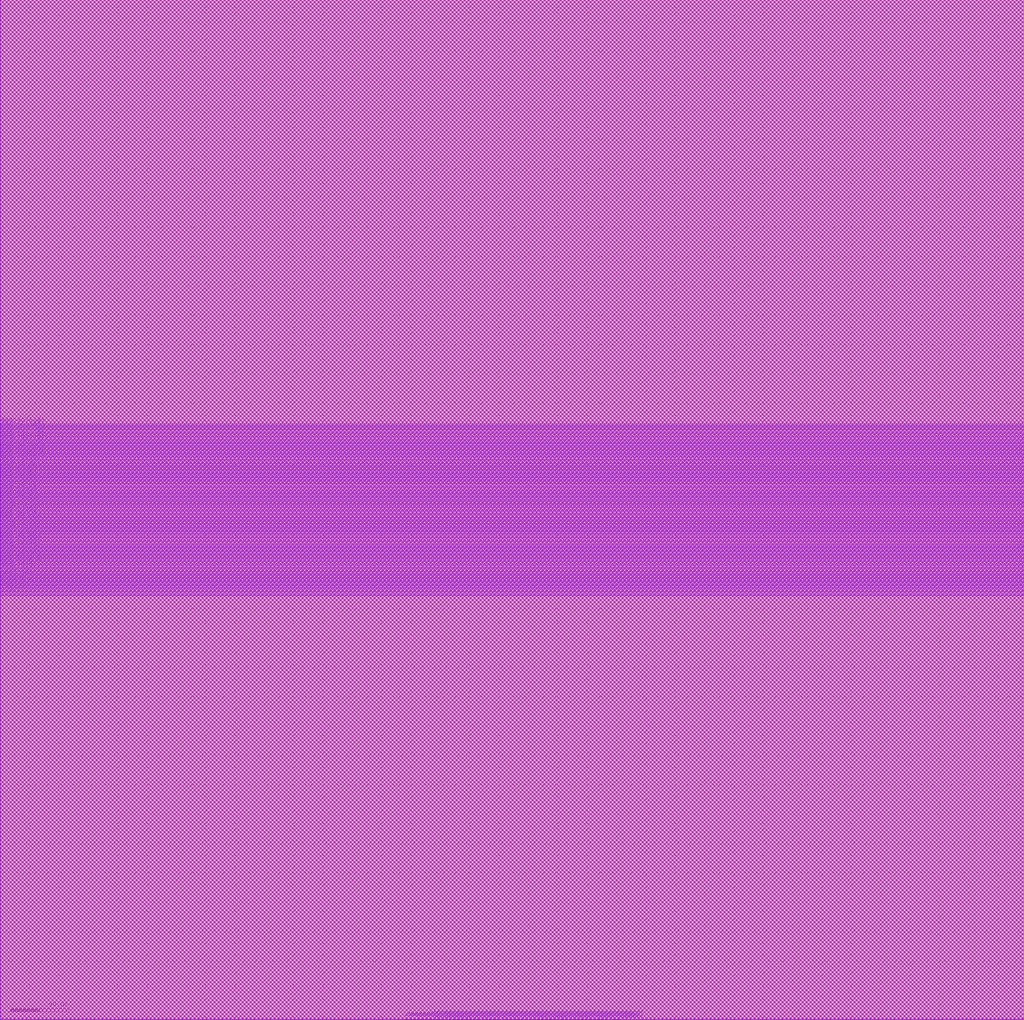
<source format=lef>
##
## LEF for PtnCells ;
## created by Innovus v19.17-s077_1 on Mon Feb 27 21:10:15 2023
##

VERSION 5.8 ;

BUSBITCHARS "[]" ;
DIVIDERCHAR "/" ;

MACRO fullchip
  CLASS BLOCK ;
  SIZE 697.600000 BY 695.000000 ;
  FOREIGN fullchip 0.000000 0.000000 ;
  ORIGIN 0 0 ;
  SYMMETRY X Y R90 ;
  PIN clk
    DIRECTION INPUT ;
    USE SIGNAL ;
    PORT
      LAYER M3 ;
        RECT 0.000000 288.950000 0.600000 289.050000 ;
    END
  END clk
  PIN mem_in[127]
    DIRECTION INPUT ;
    USE SIGNAL ;
    PORT
      LAYER M3 ;
        RECT 0.000000 404.950000 0.600000 405.050000 ;
    END
  END mem_in[127]
  PIN mem_in[126]
    DIRECTION INPUT ;
    USE SIGNAL ;
    PORT
      LAYER M3 ;
        RECT 0.000000 404.150000 0.600000 404.250000 ;
    END
  END mem_in[126]
  PIN mem_in[125]
    DIRECTION INPUT ;
    USE SIGNAL ;
    PORT
      LAYER M3 ;
        RECT 0.000000 403.350000 0.600000 403.450000 ;
    END
  END mem_in[125]
  PIN mem_in[124]
    DIRECTION INPUT ;
    USE SIGNAL ;
    PORT
      LAYER M3 ;
        RECT 0.000000 402.550000 0.600000 402.650000 ;
    END
  END mem_in[124]
  PIN mem_in[123]
    DIRECTION INPUT ;
    USE SIGNAL ;
    PORT
      LAYER M3 ;
        RECT 0.000000 401.750000 0.600000 401.850000 ;
    END
  END mem_in[123]
  PIN mem_in[122]
    DIRECTION INPUT ;
    USE SIGNAL ;
    PORT
      LAYER M3 ;
        RECT 0.000000 400.950000 0.600000 401.050000 ;
    END
  END mem_in[122]
  PIN mem_in[121]
    DIRECTION INPUT ;
    USE SIGNAL ;
    PORT
      LAYER M3 ;
        RECT 0.000000 400.150000 0.600000 400.250000 ;
    END
  END mem_in[121]
  PIN mem_in[120]
    DIRECTION INPUT ;
    USE SIGNAL ;
    PORT
      LAYER M3 ;
        RECT 0.000000 399.350000 0.600000 399.450000 ;
    END
  END mem_in[120]
  PIN mem_in[119]
    DIRECTION INPUT ;
    USE SIGNAL ;
    PORT
      LAYER M3 ;
        RECT 0.000000 398.550000 0.600000 398.650000 ;
    END
  END mem_in[119]
  PIN mem_in[118]
    DIRECTION INPUT ;
    USE SIGNAL ;
    PORT
      LAYER M3 ;
        RECT 0.000000 397.750000 0.600000 397.850000 ;
    END
  END mem_in[118]
  PIN mem_in[117]
    DIRECTION INPUT ;
    USE SIGNAL ;
    PORT
      LAYER M3 ;
        RECT 0.000000 396.950000 0.600000 397.050000 ;
    END
  END mem_in[117]
  PIN mem_in[116]
    DIRECTION INPUT ;
    USE SIGNAL ;
    PORT
      LAYER M3 ;
        RECT 0.000000 396.150000 0.600000 396.250000 ;
    END
  END mem_in[116]
  PIN mem_in[115]
    DIRECTION INPUT ;
    USE SIGNAL ;
    PORT
      LAYER M3 ;
        RECT 0.000000 395.350000 0.600000 395.450000 ;
    END
  END mem_in[115]
  PIN mem_in[114]
    DIRECTION INPUT ;
    USE SIGNAL ;
    PORT
      LAYER M3 ;
        RECT 0.000000 394.550000 0.600000 394.650000 ;
    END
  END mem_in[114]
  PIN mem_in[113]
    DIRECTION INPUT ;
    USE SIGNAL ;
    PORT
      LAYER M3 ;
        RECT 0.000000 393.750000 0.600000 393.850000 ;
    END
  END mem_in[113]
  PIN mem_in[112]
    DIRECTION INPUT ;
    USE SIGNAL ;
    PORT
      LAYER M3 ;
        RECT 0.000000 392.950000 0.600000 393.050000 ;
    END
  END mem_in[112]
  PIN mem_in[111]
    DIRECTION INPUT ;
    USE SIGNAL ;
    PORT
      LAYER M3 ;
        RECT 0.000000 392.150000 0.600000 392.250000 ;
    END
  END mem_in[111]
  PIN mem_in[110]
    DIRECTION INPUT ;
    USE SIGNAL ;
    PORT
      LAYER M3 ;
        RECT 0.000000 391.350000 0.600000 391.450000 ;
    END
  END mem_in[110]
  PIN mem_in[109]
    DIRECTION INPUT ;
    USE SIGNAL ;
    PORT
      LAYER M3 ;
        RECT 0.000000 390.550000 0.600000 390.650000 ;
    END
  END mem_in[109]
  PIN mem_in[108]
    DIRECTION INPUT ;
    USE SIGNAL ;
    PORT
      LAYER M3 ;
        RECT 0.000000 389.750000 0.600000 389.850000 ;
    END
  END mem_in[108]
  PIN mem_in[107]
    DIRECTION INPUT ;
    USE SIGNAL ;
    PORT
      LAYER M3 ;
        RECT 0.000000 388.950000 0.600000 389.050000 ;
    END
  END mem_in[107]
  PIN mem_in[106]
    DIRECTION INPUT ;
    USE SIGNAL ;
    PORT
      LAYER M3 ;
        RECT 0.000000 388.150000 0.600000 388.250000 ;
    END
  END mem_in[106]
  PIN mem_in[105]
    DIRECTION INPUT ;
    USE SIGNAL ;
    PORT
      LAYER M3 ;
        RECT 0.000000 387.350000 0.600000 387.450000 ;
    END
  END mem_in[105]
  PIN mem_in[104]
    DIRECTION INPUT ;
    USE SIGNAL ;
    PORT
      LAYER M3 ;
        RECT 0.000000 386.550000 0.600000 386.650000 ;
    END
  END mem_in[104]
  PIN mem_in[103]
    DIRECTION INPUT ;
    USE SIGNAL ;
    PORT
      LAYER M3 ;
        RECT 0.000000 385.750000 0.600000 385.850000 ;
    END
  END mem_in[103]
  PIN mem_in[102]
    DIRECTION INPUT ;
    USE SIGNAL ;
    PORT
      LAYER M3 ;
        RECT 0.000000 384.950000 0.600000 385.050000 ;
    END
  END mem_in[102]
  PIN mem_in[101]
    DIRECTION INPUT ;
    USE SIGNAL ;
    PORT
      LAYER M3 ;
        RECT 0.000000 384.150000 0.600000 384.250000 ;
    END
  END mem_in[101]
  PIN mem_in[100]
    DIRECTION INPUT ;
    USE SIGNAL ;
    PORT
      LAYER M3 ;
        RECT 0.000000 383.350000 0.600000 383.450000 ;
    END
  END mem_in[100]
  PIN mem_in[99]
    DIRECTION INPUT ;
    USE SIGNAL ;
    PORT
      LAYER M3 ;
        RECT 0.000000 382.550000 0.600000 382.650000 ;
    END
  END mem_in[99]
  PIN mem_in[98]
    DIRECTION INPUT ;
    USE SIGNAL ;
    PORT
      LAYER M3 ;
        RECT 0.000000 381.750000 0.600000 381.850000 ;
    END
  END mem_in[98]
  PIN mem_in[97]
    DIRECTION INPUT ;
    USE SIGNAL ;
    PORT
      LAYER M3 ;
        RECT 0.000000 380.950000 0.600000 381.050000 ;
    END
  END mem_in[97]
  PIN mem_in[96]
    DIRECTION INPUT ;
    USE SIGNAL ;
    PORT
      LAYER M3 ;
        RECT 0.000000 380.150000 0.600000 380.250000 ;
    END
  END mem_in[96]
  PIN mem_in[95]
    DIRECTION INPUT ;
    USE SIGNAL ;
    PORT
      LAYER M3 ;
        RECT 0.000000 379.350000 0.600000 379.450000 ;
    END
  END mem_in[95]
  PIN mem_in[94]
    DIRECTION INPUT ;
    USE SIGNAL ;
    PORT
      LAYER M3 ;
        RECT 0.000000 378.550000 0.600000 378.650000 ;
    END
  END mem_in[94]
  PIN mem_in[93]
    DIRECTION INPUT ;
    USE SIGNAL ;
    PORT
      LAYER M3 ;
        RECT 0.000000 377.750000 0.600000 377.850000 ;
    END
  END mem_in[93]
  PIN mem_in[92]
    DIRECTION INPUT ;
    USE SIGNAL ;
    PORT
      LAYER M3 ;
        RECT 0.000000 376.950000 0.600000 377.050000 ;
    END
  END mem_in[92]
  PIN mem_in[91]
    DIRECTION INPUT ;
    USE SIGNAL ;
    PORT
      LAYER M3 ;
        RECT 0.000000 376.150000 0.600000 376.250000 ;
    END
  END mem_in[91]
  PIN mem_in[90]
    DIRECTION INPUT ;
    USE SIGNAL ;
    PORT
      LAYER M3 ;
        RECT 0.000000 375.350000 0.600000 375.450000 ;
    END
  END mem_in[90]
  PIN mem_in[89]
    DIRECTION INPUT ;
    USE SIGNAL ;
    PORT
      LAYER M3 ;
        RECT 0.000000 374.550000 0.600000 374.650000 ;
    END
  END mem_in[89]
  PIN mem_in[88]
    DIRECTION INPUT ;
    USE SIGNAL ;
    PORT
      LAYER M3 ;
        RECT 0.000000 373.750000 0.600000 373.850000 ;
    END
  END mem_in[88]
  PIN mem_in[87]
    DIRECTION INPUT ;
    USE SIGNAL ;
    PORT
      LAYER M3 ;
        RECT 0.000000 372.950000 0.600000 373.050000 ;
    END
  END mem_in[87]
  PIN mem_in[86]
    DIRECTION INPUT ;
    USE SIGNAL ;
    PORT
      LAYER M3 ;
        RECT 0.000000 372.150000 0.600000 372.250000 ;
    END
  END mem_in[86]
  PIN mem_in[85]
    DIRECTION INPUT ;
    USE SIGNAL ;
    PORT
      LAYER M3 ;
        RECT 0.000000 371.350000 0.600000 371.450000 ;
    END
  END mem_in[85]
  PIN mem_in[84]
    DIRECTION INPUT ;
    USE SIGNAL ;
    PORT
      LAYER M3 ;
        RECT 0.000000 370.550000 0.600000 370.650000 ;
    END
  END mem_in[84]
  PIN mem_in[83]
    DIRECTION INPUT ;
    USE SIGNAL ;
    PORT
      LAYER M3 ;
        RECT 0.000000 369.750000 0.600000 369.850000 ;
    END
  END mem_in[83]
  PIN mem_in[82]
    DIRECTION INPUT ;
    USE SIGNAL ;
    PORT
      LAYER M3 ;
        RECT 0.000000 368.950000 0.600000 369.050000 ;
    END
  END mem_in[82]
  PIN mem_in[81]
    DIRECTION INPUT ;
    USE SIGNAL ;
    PORT
      LAYER M3 ;
        RECT 0.000000 368.150000 0.600000 368.250000 ;
    END
  END mem_in[81]
  PIN mem_in[80]
    DIRECTION INPUT ;
    USE SIGNAL ;
    PORT
      LAYER M3 ;
        RECT 0.000000 367.350000 0.600000 367.450000 ;
    END
  END mem_in[80]
  PIN mem_in[79]
    DIRECTION INPUT ;
    USE SIGNAL ;
    PORT
      LAYER M3 ;
        RECT 0.000000 366.550000 0.600000 366.650000 ;
    END
  END mem_in[79]
  PIN mem_in[78]
    DIRECTION INPUT ;
    USE SIGNAL ;
    PORT
      LAYER M3 ;
        RECT 0.000000 365.750000 0.600000 365.850000 ;
    END
  END mem_in[78]
  PIN mem_in[77]
    DIRECTION INPUT ;
    USE SIGNAL ;
    PORT
      LAYER M3 ;
        RECT 0.000000 364.950000 0.600000 365.050000 ;
    END
  END mem_in[77]
  PIN mem_in[76]
    DIRECTION INPUT ;
    USE SIGNAL ;
    PORT
      LAYER M3 ;
        RECT 0.000000 364.150000 0.600000 364.250000 ;
    END
  END mem_in[76]
  PIN mem_in[75]
    DIRECTION INPUT ;
    USE SIGNAL ;
    PORT
      LAYER M3 ;
        RECT 0.000000 363.350000 0.600000 363.450000 ;
    END
  END mem_in[75]
  PIN mem_in[74]
    DIRECTION INPUT ;
    USE SIGNAL ;
    PORT
      LAYER M3 ;
        RECT 0.000000 362.550000 0.600000 362.650000 ;
    END
  END mem_in[74]
  PIN mem_in[73]
    DIRECTION INPUT ;
    USE SIGNAL ;
    PORT
      LAYER M3 ;
        RECT 0.000000 361.750000 0.600000 361.850000 ;
    END
  END mem_in[73]
  PIN mem_in[72]
    DIRECTION INPUT ;
    USE SIGNAL ;
    PORT
      LAYER M3 ;
        RECT 0.000000 360.950000 0.600000 361.050000 ;
    END
  END mem_in[72]
  PIN mem_in[71]
    DIRECTION INPUT ;
    USE SIGNAL ;
    PORT
      LAYER M3 ;
        RECT 0.000000 360.150000 0.600000 360.250000 ;
    END
  END mem_in[71]
  PIN mem_in[70]
    DIRECTION INPUT ;
    USE SIGNAL ;
    PORT
      LAYER M3 ;
        RECT 0.000000 359.350000 0.600000 359.450000 ;
    END
  END mem_in[70]
  PIN mem_in[69]
    DIRECTION INPUT ;
    USE SIGNAL ;
    PORT
      LAYER M3 ;
        RECT 0.000000 358.550000 0.600000 358.650000 ;
    END
  END mem_in[69]
  PIN mem_in[68]
    DIRECTION INPUT ;
    USE SIGNAL ;
    PORT
      LAYER M3 ;
        RECT 0.000000 357.750000 0.600000 357.850000 ;
    END
  END mem_in[68]
  PIN mem_in[67]
    DIRECTION INPUT ;
    USE SIGNAL ;
    PORT
      LAYER M3 ;
        RECT 0.000000 356.950000 0.600000 357.050000 ;
    END
  END mem_in[67]
  PIN mem_in[66]
    DIRECTION INPUT ;
    USE SIGNAL ;
    PORT
      LAYER M3 ;
        RECT 0.000000 356.150000 0.600000 356.250000 ;
    END
  END mem_in[66]
  PIN mem_in[65]
    DIRECTION INPUT ;
    USE SIGNAL ;
    PORT
      LAYER M3 ;
        RECT 0.000000 355.350000 0.600000 355.450000 ;
    END
  END mem_in[65]
  PIN mem_in[64]
    DIRECTION INPUT ;
    USE SIGNAL ;
    PORT
      LAYER M3 ;
        RECT 0.000000 354.550000 0.600000 354.650000 ;
    END
  END mem_in[64]
  PIN mem_in[63]
    DIRECTION INPUT ;
    USE SIGNAL ;
    PORT
      LAYER M3 ;
        RECT 0.000000 353.750000 0.600000 353.850000 ;
    END
  END mem_in[63]
  PIN mem_in[62]
    DIRECTION INPUT ;
    USE SIGNAL ;
    PORT
      LAYER M3 ;
        RECT 0.000000 352.950000 0.600000 353.050000 ;
    END
  END mem_in[62]
  PIN mem_in[61]
    DIRECTION INPUT ;
    USE SIGNAL ;
    PORT
      LAYER M3 ;
        RECT 0.000000 352.150000 0.600000 352.250000 ;
    END
  END mem_in[61]
  PIN mem_in[60]
    DIRECTION INPUT ;
    USE SIGNAL ;
    PORT
      LAYER M3 ;
        RECT 0.000000 351.350000 0.600000 351.450000 ;
    END
  END mem_in[60]
  PIN mem_in[59]
    DIRECTION INPUT ;
    USE SIGNAL ;
    PORT
      LAYER M3 ;
        RECT 0.000000 350.550000 0.600000 350.650000 ;
    END
  END mem_in[59]
  PIN mem_in[58]
    DIRECTION INPUT ;
    USE SIGNAL ;
    PORT
      LAYER M3 ;
        RECT 0.000000 349.750000 0.600000 349.850000 ;
    END
  END mem_in[58]
  PIN mem_in[57]
    DIRECTION INPUT ;
    USE SIGNAL ;
    PORT
      LAYER M3 ;
        RECT 0.000000 348.950000 0.600000 349.050000 ;
    END
  END mem_in[57]
  PIN mem_in[56]
    DIRECTION INPUT ;
    USE SIGNAL ;
    PORT
      LAYER M3 ;
        RECT 0.000000 348.150000 0.600000 348.250000 ;
    END
  END mem_in[56]
  PIN mem_in[55]
    DIRECTION INPUT ;
    USE SIGNAL ;
    PORT
      LAYER M3 ;
        RECT 0.000000 347.350000 0.600000 347.450000 ;
    END
  END mem_in[55]
  PIN mem_in[54]
    DIRECTION INPUT ;
    USE SIGNAL ;
    PORT
      LAYER M3 ;
        RECT 0.000000 346.550000 0.600000 346.650000 ;
    END
  END mem_in[54]
  PIN mem_in[53]
    DIRECTION INPUT ;
    USE SIGNAL ;
    PORT
      LAYER M3 ;
        RECT 0.000000 345.750000 0.600000 345.850000 ;
    END
  END mem_in[53]
  PIN mem_in[52]
    DIRECTION INPUT ;
    USE SIGNAL ;
    PORT
      LAYER M3 ;
        RECT 0.000000 344.950000 0.600000 345.050000 ;
    END
  END mem_in[52]
  PIN mem_in[51]
    DIRECTION INPUT ;
    USE SIGNAL ;
    PORT
      LAYER M3 ;
        RECT 0.000000 344.150000 0.600000 344.250000 ;
    END
  END mem_in[51]
  PIN mem_in[50]
    DIRECTION INPUT ;
    USE SIGNAL ;
    PORT
      LAYER M3 ;
        RECT 0.000000 343.350000 0.600000 343.450000 ;
    END
  END mem_in[50]
  PIN mem_in[49]
    DIRECTION INPUT ;
    USE SIGNAL ;
    PORT
      LAYER M3 ;
        RECT 0.000000 342.550000 0.600000 342.650000 ;
    END
  END mem_in[49]
  PIN mem_in[48]
    DIRECTION INPUT ;
    USE SIGNAL ;
    PORT
      LAYER M3 ;
        RECT 0.000000 341.750000 0.600000 341.850000 ;
    END
  END mem_in[48]
  PIN mem_in[47]
    DIRECTION INPUT ;
    USE SIGNAL ;
    PORT
      LAYER M3 ;
        RECT 0.000000 340.950000 0.600000 341.050000 ;
    END
  END mem_in[47]
  PIN mem_in[46]
    DIRECTION INPUT ;
    USE SIGNAL ;
    PORT
      LAYER M3 ;
        RECT 0.000000 340.150000 0.600000 340.250000 ;
    END
  END mem_in[46]
  PIN mem_in[45]
    DIRECTION INPUT ;
    USE SIGNAL ;
    PORT
      LAYER M3 ;
        RECT 0.000000 339.350000 0.600000 339.450000 ;
    END
  END mem_in[45]
  PIN mem_in[44]
    DIRECTION INPUT ;
    USE SIGNAL ;
    PORT
      LAYER M3 ;
        RECT 0.000000 338.550000 0.600000 338.650000 ;
    END
  END mem_in[44]
  PIN mem_in[43]
    DIRECTION INPUT ;
    USE SIGNAL ;
    PORT
      LAYER M3 ;
        RECT 0.000000 337.750000 0.600000 337.850000 ;
    END
  END mem_in[43]
  PIN mem_in[42]
    DIRECTION INPUT ;
    USE SIGNAL ;
    PORT
      LAYER M3 ;
        RECT 0.000000 336.950000 0.600000 337.050000 ;
    END
  END mem_in[42]
  PIN mem_in[41]
    DIRECTION INPUT ;
    USE SIGNAL ;
    PORT
      LAYER M3 ;
        RECT 0.000000 336.150000 0.600000 336.250000 ;
    END
  END mem_in[41]
  PIN mem_in[40]
    DIRECTION INPUT ;
    USE SIGNAL ;
    PORT
      LAYER M3 ;
        RECT 0.000000 335.350000 0.600000 335.450000 ;
    END
  END mem_in[40]
  PIN mem_in[39]
    DIRECTION INPUT ;
    USE SIGNAL ;
    PORT
      LAYER M3 ;
        RECT 0.000000 334.550000 0.600000 334.650000 ;
    END
  END mem_in[39]
  PIN mem_in[38]
    DIRECTION INPUT ;
    USE SIGNAL ;
    PORT
      LAYER M3 ;
        RECT 0.000000 333.750000 0.600000 333.850000 ;
    END
  END mem_in[38]
  PIN mem_in[37]
    DIRECTION INPUT ;
    USE SIGNAL ;
    PORT
      LAYER M3 ;
        RECT 0.000000 332.950000 0.600000 333.050000 ;
    END
  END mem_in[37]
  PIN mem_in[36]
    DIRECTION INPUT ;
    USE SIGNAL ;
    PORT
      LAYER M3 ;
        RECT 0.000000 332.150000 0.600000 332.250000 ;
    END
  END mem_in[36]
  PIN mem_in[35]
    DIRECTION INPUT ;
    USE SIGNAL ;
    PORT
      LAYER M3 ;
        RECT 0.000000 331.350000 0.600000 331.450000 ;
    END
  END mem_in[35]
  PIN mem_in[34]
    DIRECTION INPUT ;
    USE SIGNAL ;
    PORT
      LAYER M3 ;
        RECT 0.000000 330.550000 0.600000 330.650000 ;
    END
  END mem_in[34]
  PIN mem_in[33]
    DIRECTION INPUT ;
    USE SIGNAL ;
    PORT
      LAYER M3 ;
        RECT 0.000000 329.750000 0.600000 329.850000 ;
    END
  END mem_in[33]
  PIN mem_in[32]
    DIRECTION INPUT ;
    USE SIGNAL ;
    PORT
      LAYER M3 ;
        RECT 0.000000 328.950000 0.600000 329.050000 ;
    END
  END mem_in[32]
  PIN mem_in[31]
    DIRECTION INPUT ;
    USE SIGNAL ;
    PORT
      LAYER M3 ;
        RECT 0.000000 328.150000 0.600000 328.250000 ;
    END
  END mem_in[31]
  PIN mem_in[30]
    DIRECTION INPUT ;
    USE SIGNAL ;
    PORT
      LAYER M3 ;
        RECT 0.000000 327.350000 0.600000 327.450000 ;
    END
  END mem_in[30]
  PIN mem_in[29]
    DIRECTION INPUT ;
    USE SIGNAL ;
    PORT
      LAYER M3 ;
        RECT 0.000000 326.550000 0.600000 326.650000 ;
    END
  END mem_in[29]
  PIN mem_in[28]
    DIRECTION INPUT ;
    USE SIGNAL ;
    PORT
      LAYER M3 ;
        RECT 0.000000 325.750000 0.600000 325.850000 ;
    END
  END mem_in[28]
  PIN mem_in[27]
    DIRECTION INPUT ;
    USE SIGNAL ;
    PORT
      LAYER M3 ;
        RECT 0.000000 324.950000 0.600000 325.050000 ;
    END
  END mem_in[27]
  PIN mem_in[26]
    DIRECTION INPUT ;
    USE SIGNAL ;
    PORT
      LAYER M3 ;
        RECT 0.000000 324.150000 0.600000 324.250000 ;
    END
  END mem_in[26]
  PIN mem_in[25]
    DIRECTION INPUT ;
    USE SIGNAL ;
    PORT
      LAYER M3 ;
        RECT 0.000000 323.350000 0.600000 323.450000 ;
    END
  END mem_in[25]
  PIN mem_in[24]
    DIRECTION INPUT ;
    USE SIGNAL ;
    PORT
      LAYER M3 ;
        RECT 0.000000 322.550000 0.600000 322.650000 ;
    END
  END mem_in[24]
  PIN mem_in[23]
    DIRECTION INPUT ;
    USE SIGNAL ;
    PORT
      LAYER M3 ;
        RECT 0.000000 321.750000 0.600000 321.850000 ;
    END
  END mem_in[23]
  PIN mem_in[22]
    DIRECTION INPUT ;
    USE SIGNAL ;
    PORT
      LAYER M3 ;
        RECT 0.000000 320.950000 0.600000 321.050000 ;
    END
  END mem_in[22]
  PIN mem_in[21]
    DIRECTION INPUT ;
    USE SIGNAL ;
    PORT
      LAYER M3 ;
        RECT 0.000000 320.150000 0.600000 320.250000 ;
    END
  END mem_in[21]
  PIN mem_in[20]
    DIRECTION INPUT ;
    USE SIGNAL ;
    PORT
      LAYER M3 ;
        RECT 0.000000 319.350000 0.600000 319.450000 ;
    END
  END mem_in[20]
  PIN mem_in[19]
    DIRECTION INPUT ;
    USE SIGNAL ;
    PORT
      LAYER M3 ;
        RECT 0.000000 318.550000 0.600000 318.650000 ;
    END
  END mem_in[19]
  PIN mem_in[18]
    DIRECTION INPUT ;
    USE SIGNAL ;
    PORT
      LAYER M3 ;
        RECT 0.000000 317.750000 0.600000 317.850000 ;
    END
  END mem_in[18]
  PIN mem_in[17]
    DIRECTION INPUT ;
    USE SIGNAL ;
    PORT
      LAYER M3 ;
        RECT 0.000000 316.950000 0.600000 317.050000 ;
    END
  END mem_in[17]
  PIN mem_in[16]
    DIRECTION INPUT ;
    USE SIGNAL ;
    PORT
      LAYER M3 ;
        RECT 0.000000 316.150000 0.600000 316.250000 ;
    END
  END mem_in[16]
  PIN mem_in[15]
    DIRECTION INPUT ;
    USE SIGNAL ;
    PORT
      LAYER M3 ;
        RECT 0.000000 315.350000 0.600000 315.450000 ;
    END
  END mem_in[15]
  PIN mem_in[14]
    DIRECTION INPUT ;
    USE SIGNAL ;
    PORT
      LAYER M3 ;
        RECT 0.000000 314.550000 0.600000 314.650000 ;
    END
  END mem_in[14]
  PIN mem_in[13]
    DIRECTION INPUT ;
    USE SIGNAL ;
    PORT
      LAYER M3 ;
        RECT 0.000000 313.750000 0.600000 313.850000 ;
    END
  END mem_in[13]
  PIN mem_in[12]
    DIRECTION INPUT ;
    USE SIGNAL ;
    PORT
      LAYER M3 ;
        RECT 0.000000 312.950000 0.600000 313.050000 ;
    END
  END mem_in[12]
  PIN mem_in[11]
    DIRECTION INPUT ;
    USE SIGNAL ;
    PORT
      LAYER M3 ;
        RECT 0.000000 312.150000 0.600000 312.250000 ;
    END
  END mem_in[11]
  PIN mem_in[10]
    DIRECTION INPUT ;
    USE SIGNAL ;
    PORT
      LAYER M3 ;
        RECT 0.000000 311.350000 0.600000 311.450000 ;
    END
  END mem_in[10]
  PIN mem_in[9]
    DIRECTION INPUT ;
    USE SIGNAL ;
    PORT
      LAYER M3 ;
        RECT 0.000000 310.550000 0.600000 310.650000 ;
    END
  END mem_in[9]
  PIN mem_in[8]
    DIRECTION INPUT ;
    USE SIGNAL ;
    PORT
      LAYER M3 ;
        RECT 0.000000 309.750000 0.600000 309.850000 ;
    END
  END mem_in[8]
  PIN mem_in[7]
    DIRECTION INPUT ;
    USE SIGNAL ;
    PORT
      LAYER M3 ;
        RECT 0.000000 308.950000 0.600000 309.050000 ;
    END
  END mem_in[7]
  PIN mem_in[6]
    DIRECTION INPUT ;
    USE SIGNAL ;
    PORT
      LAYER M3 ;
        RECT 0.000000 308.150000 0.600000 308.250000 ;
    END
  END mem_in[6]
  PIN mem_in[5]
    DIRECTION INPUT ;
    USE SIGNAL ;
    PORT
      LAYER M3 ;
        RECT 0.000000 307.350000 0.600000 307.450000 ;
    END
  END mem_in[5]
  PIN mem_in[4]
    DIRECTION INPUT ;
    USE SIGNAL ;
    PORT
      LAYER M3 ;
        RECT 0.000000 306.550000 0.600000 306.650000 ;
    END
  END mem_in[4]
  PIN mem_in[3]
    DIRECTION INPUT ;
    USE SIGNAL ;
    PORT
      LAYER M3 ;
        RECT 0.000000 305.750000 0.600000 305.850000 ;
    END
  END mem_in[3]
  PIN mem_in[2]
    DIRECTION INPUT ;
    USE SIGNAL ;
    PORT
      LAYER M3 ;
        RECT 0.000000 304.950000 0.600000 305.050000 ;
    END
  END mem_in[2]
  PIN mem_in[1]
    DIRECTION INPUT ;
    USE SIGNAL ;
    PORT
      LAYER M3 ;
        RECT 0.000000 304.150000 0.600000 304.250000 ;
    END
  END mem_in[1]
  PIN mem_in[0]
    DIRECTION INPUT ;
    USE SIGNAL ;
    PORT
      LAYER M3 ;
        RECT 0.000000 303.350000 0.600000 303.450000 ;
    END
  END mem_in[0]
  PIN inst[16]
    DIRECTION INPUT ;
    USE SIGNAL ;
    PORT
      LAYER M3 ;
        RECT 0.000000 302.550000 0.600000 302.650000 ;
    END
  END inst[16]
  PIN inst[15]
    DIRECTION INPUT ;
    USE SIGNAL ;
    PORT
      LAYER M3 ;
        RECT 0.000000 301.750000 0.600000 301.850000 ;
    END
  END inst[15]
  PIN inst[14]
    DIRECTION INPUT ;
    USE SIGNAL ;
    PORT
      LAYER M3 ;
        RECT 0.000000 300.950000 0.600000 301.050000 ;
    END
  END inst[14]
  PIN inst[13]
    DIRECTION INPUT ;
    USE SIGNAL ;
    PORT
      LAYER M3 ;
        RECT 0.000000 300.150000 0.600000 300.250000 ;
    END
  END inst[13]
  PIN inst[12]
    DIRECTION INPUT ;
    USE SIGNAL ;
    PORT
      LAYER M3 ;
        RECT 0.000000 299.350000 0.600000 299.450000 ;
    END
  END inst[12]
  PIN inst[11]
    DIRECTION INPUT ;
    USE SIGNAL ;
    PORT
      LAYER M3 ;
        RECT 0.000000 298.550000 0.600000 298.650000 ;
    END
  END inst[11]
  PIN inst[10]
    DIRECTION INPUT ;
    USE SIGNAL ;
    PORT
      LAYER M3 ;
        RECT 0.000000 297.750000 0.600000 297.850000 ;
    END
  END inst[10]
  PIN inst[9]
    DIRECTION INPUT ;
    USE SIGNAL ;
    PORT
      LAYER M3 ;
        RECT 0.000000 296.950000 0.600000 297.050000 ;
    END
  END inst[9]
  PIN inst[8]
    DIRECTION INPUT ;
    USE SIGNAL ;
    PORT
      LAYER M3 ;
        RECT 0.000000 296.150000 0.600000 296.250000 ;
    END
  END inst[8]
  PIN inst[7]
    DIRECTION INPUT ;
    USE SIGNAL ;
    PORT
      LAYER M3 ;
        RECT 0.000000 295.350000 0.600000 295.450000 ;
    END
  END inst[7]
  PIN inst[6]
    DIRECTION INPUT ;
    USE SIGNAL ;
    PORT
      LAYER M3 ;
        RECT 0.000000 294.550000 0.600000 294.650000 ;
    END
  END inst[6]
  PIN inst[5]
    DIRECTION INPUT ;
    USE SIGNAL ;
    PORT
      LAYER M3 ;
        RECT 0.000000 293.750000 0.600000 293.850000 ;
    END
  END inst[5]
  PIN inst[4]
    DIRECTION INPUT ;
    USE SIGNAL ;
    PORT
      LAYER M3 ;
        RECT 0.000000 292.950000 0.600000 293.050000 ;
    END
  END inst[4]
  PIN inst[3]
    DIRECTION INPUT ;
    USE SIGNAL ;
    PORT
      LAYER M3 ;
        RECT 0.000000 292.150000 0.600000 292.250000 ;
    END
  END inst[3]
  PIN inst[2]
    DIRECTION INPUT ;
    USE SIGNAL ;
    PORT
      LAYER M3 ;
        RECT 0.000000 291.350000 0.600000 291.450000 ;
    END
  END inst[2]
  PIN inst[1]
    DIRECTION INPUT ;
    USE SIGNAL ;
    PORT
      LAYER M3 ;
        RECT 0.000000 290.550000 0.600000 290.650000 ;
    END
  END inst[1]
  PIN inst[0]
    DIRECTION INPUT ;
    USE SIGNAL ;
    PORT
      LAYER M3 ;
        RECT 0.000000 289.750000 0.600000 289.850000 ;
    END
  END inst[0]
  PIN reset
    DIRECTION INPUT ;
    USE SIGNAL ;
    PORT
      LAYER M3 ;
        RECT 0.000000 405.750000 0.600000 405.850000 ;
    END
  END reset
  PIN sum_out[23]
    DIRECTION OUTPUT ;
    USE SIGNAL ;
    PORT
      LAYER M3 ;
        RECT 275.650000 0.000000 275.750000 0.600000 ;
    END
  END sum_out[23]
  PIN sum_out[22]
    DIRECTION OUTPUT ;
    USE SIGNAL ;
    PORT
      LAYER M3 ;
        RECT 276.450000 0.000000 276.550000 0.600000 ;
    END
  END sum_out[22]
  PIN sum_out[21]
    DIRECTION OUTPUT ;
    USE SIGNAL ;
    PORT
      LAYER M3 ;
        RECT 277.250000 0.000000 277.350000 0.600000 ;
    END
  END sum_out[21]
  PIN sum_out[20]
    DIRECTION OUTPUT ;
    USE SIGNAL ;
    PORT
      LAYER M3 ;
        RECT 278.050000 0.000000 278.150000 0.600000 ;
    END
  END sum_out[20]
  PIN sum_out[19]
    DIRECTION OUTPUT ;
    USE SIGNAL ;
    PORT
      LAYER M3 ;
        RECT 278.850000 0.000000 278.950000 0.600000 ;
    END
  END sum_out[19]
  PIN sum_out[18]
    DIRECTION OUTPUT ;
    USE SIGNAL ;
    PORT
      LAYER M3 ;
        RECT 279.650000 0.000000 279.750000 0.600000 ;
    END
  END sum_out[18]
  PIN sum_out[17]
    DIRECTION OUTPUT ;
    USE SIGNAL ;
    PORT
      LAYER M3 ;
        RECT 280.450000 0.000000 280.550000 0.600000 ;
    END
  END sum_out[17]
  PIN sum_out[16]
    DIRECTION OUTPUT ;
    USE SIGNAL ;
    PORT
      LAYER M3 ;
        RECT 281.250000 0.000000 281.350000 0.600000 ;
    END
  END sum_out[16]
  PIN sum_out[15]
    DIRECTION OUTPUT ;
    USE SIGNAL ;
    PORT
      LAYER M3 ;
        RECT 282.050000 0.000000 282.150000 0.600000 ;
    END
  END sum_out[15]
  PIN sum_out[14]
    DIRECTION OUTPUT ;
    USE SIGNAL ;
    PORT
      LAYER M3 ;
        RECT 282.850000 0.000000 282.950000 0.600000 ;
    END
  END sum_out[14]
  PIN sum_out[13]
    DIRECTION OUTPUT ;
    USE SIGNAL ;
    PORT
      LAYER M3 ;
        RECT 283.650000 0.000000 283.750000 0.600000 ;
    END
  END sum_out[13]
  PIN sum_out[12]
    DIRECTION OUTPUT ;
    USE SIGNAL ;
    PORT
      LAYER M3 ;
        RECT 284.450000 0.000000 284.550000 0.600000 ;
    END
  END sum_out[12]
  PIN sum_out[11]
    DIRECTION OUTPUT ;
    USE SIGNAL ;
    PORT
      LAYER M3 ;
        RECT 285.250000 0.000000 285.350000 0.600000 ;
    END
  END sum_out[11]
  PIN sum_out[10]
    DIRECTION OUTPUT ;
    USE SIGNAL ;
    PORT
      LAYER M3 ;
        RECT 286.050000 0.000000 286.150000 0.600000 ;
    END
  END sum_out[10]
  PIN sum_out[9]
    DIRECTION OUTPUT ;
    USE SIGNAL ;
    PORT
      LAYER M3 ;
        RECT 286.850000 0.000000 286.950000 0.600000 ;
    END
  END sum_out[9]
  PIN sum_out[8]
    DIRECTION OUTPUT ;
    USE SIGNAL ;
    PORT
      LAYER M3 ;
        RECT 287.650000 0.000000 287.750000 0.600000 ;
    END
  END sum_out[8]
  PIN sum_out[7]
    DIRECTION OUTPUT ;
    USE SIGNAL ;
    PORT
      LAYER M3 ;
        RECT 288.450000 0.000000 288.550000 0.600000 ;
    END
  END sum_out[7]
  PIN sum_out[6]
    DIRECTION OUTPUT ;
    USE SIGNAL ;
    PORT
      LAYER M3 ;
        RECT 289.250000 0.000000 289.350000 0.600000 ;
    END
  END sum_out[6]
  PIN sum_out[5]
    DIRECTION OUTPUT ;
    USE SIGNAL ;
    PORT
      LAYER M3 ;
        RECT 290.050000 0.000000 290.150000 0.600000 ;
    END
  END sum_out[5]
  PIN sum_out[4]
    DIRECTION OUTPUT ;
    USE SIGNAL ;
    PORT
      LAYER M3 ;
        RECT 290.850000 0.000000 290.950000 0.600000 ;
    END
  END sum_out[4]
  PIN sum_out[3]
    DIRECTION OUTPUT ;
    USE SIGNAL ;
    PORT
      LAYER M3 ;
        RECT 291.650000 0.000000 291.750000 0.600000 ;
    END
  END sum_out[3]
  PIN sum_out[2]
    DIRECTION OUTPUT ;
    USE SIGNAL ;
    PORT
      LAYER M3 ;
        RECT 292.450000 0.000000 292.550000 0.600000 ;
    END
  END sum_out[2]
  PIN sum_out[1]
    DIRECTION OUTPUT ;
    USE SIGNAL ;
    PORT
      LAYER M3 ;
        RECT 293.250000 0.000000 293.350000 0.600000 ;
    END
  END sum_out[1]
  PIN sum_out[0]
    DIRECTION OUTPUT ;
    USE SIGNAL ;
    PORT
      LAYER M3 ;
        RECT 294.050000 0.000000 294.150000 0.600000 ;
    END
  END sum_out[0]
  PIN out[159]
    DIRECTION OUTPUT ;
    USE SIGNAL ;
    PORT
      LAYER M3 ;
        RECT 294.850000 0.000000 294.950000 0.600000 ;
    END
  END out[159]
  PIN out[158]
    DIRECTION OUTPUT ;
    USE SIGNAL ;
    PORT
      LAYER M3 ;
        RECT 295.650000 0.000000 295.750000 0.600000 ;
    END
  END out[158]
  PIN out[157]
    DIRECTION OUTPUT ;
    USE SIGNAL ;
    PORT
      LAYER M3 ;
        RECT 296.450000 0.000000 296.550000 0.600000 ;
    END
  END out[157]
  PIN out[156]
    DIRECTION OUTPUT ;
    USE SIGNAL ;
    PORT
      LAYER M3 ;
        RECT 297.250000 0.000000 297.350000 0.600000 ;
    END
  END out[156]
  PIN out[155]
    DIRECTION OUTPUT ;
    USE SIGNAL ;
    PORT
      LAYER M3 ;
        RECT 298.050000 0.000000 298.150000 0.600000 ;
    END
  END out[155]
  PIN out[154]
    DIRECTION OUTPUT ;
    USE SIGNAL ;
    PORT
      LAYER M3 ;
        RECT 298.850000 0.000000 298.950000 0.600000 ;
    END
  END out[154]
  PIN out[153]
    DIRECTION OUTPUT ;
    USE SIGNAL ;
    PORT
      LAYER M3 ;
        RECT 299.650000 0.000000 299.750000 0.600000 ;
    END
  END out[153]
  PIN out[152]
    DIRECTION OUTPUT ;
    USE SIGNAL ;
    PORT
      LAYER M3 ;
        RECT 300.450000 0.000000 300.550000 0.600000 ;
    END
  END out[152]
  PIN out[151]
    DIRECTION OUTPUT ;
    USE SIGNAL ;
    PORT
      LAYER M3 ;
        RECT 301.250000 0.000000 301.350000 0.600000 ;
    END
  END out[151]
  PIN out[150]
    DIRECTION OUTPUT ;
    USE SIGNAL ;
    PORT
      LAYER M3 ;
        RECT 302.050000 0.000000 302.150000 0.600000 ;
    END
  END out[150]
  PIN out[149]
    DIRECTION OUTPUT ;
    USE SIGNAL ;
    PORT
      LAYER M3 ;
        RECT 302.850000 0.000000 302.950000 0.600000 ;
    END
  END out[149]
  PIN out[148]
    DIRECTION OUTPUT ;
    USE SIGNAL ;
    PORT
      LAYER M3 ;
        RECT 303.650000 0.000000 303.750000 0.600000 ;
    END
  END out[148]
  PIN out[147]
    DIRECTION OUTPUT ;
    USE SIGNAL ;
    PORT
      LAYER M3 ;
        RECT 304.450000 0.000000 304.550000 0.600000 ;
    END
  END out[147]
  PIN out[146]
    DIRECTION OUTPUT ;
    USE SIGNAL ;
    PORT
      LAYER M3 ;
        RECT 305.250000 0.000000 305.350000 0.600000 ;
    END
  END out[146]
  PIN out[145]
    DIRECTION OUTPUT ;
    USE SIGNAL ;
    PORT
      LAYER M3 ;
        RECT 306.050000 0.000000 306.150000 0.600000 ;
    END
  END out[145]
  PIN out[144]
    DIRECTION OUTPUT ;
    USE SIGNAL ;
    PORT
      LAYER M3 ;
        RECT 306.850000 0.000000 306.950000 0.600000 ;
    END
  END out[144]
  PIN out[143]
    DIRECTION OUTPUT ;
    USE SIGNAL ;
    PORT
      LAYER M3 ;
        RECT 307.650000 0.000000 307.750000 0.600000 ;
    END
  END out[143]
  PIN out[142]
    DIRECTION OUTPUT ;
    USE SIGNAL ;
    PORT
      LAYER M3 ;
        RECT 308.450000 0.000000 308.550000 0.600000 ;
    END
  END out[142]
  PIN out[141]
    DIRECTION OUTPUT ;
    USE SIGNAL ;
    PORT
      LAYER M3 ;
        RECT 309.250000 0.000000 309.350000 0.600000 ;
    END
  END out[141]
  PIN out[140]
    DIRECTION OUTPUT ;
    USE SIGNAL ;
    PORT
      LAYER M3 ;
        RECT 310.050000 0.000000 310.150000 0.600000 ;
    END
  END out[140]
  PIN out[139]
    DIRECTION OUTPUT ;
    USE SIGNAL ;
    PORT
      LAYER M3 ;
        RECT 310.850000 0.000000 310.950000 0.600000 ;
    END
  END out[139]
  PIN out[138]
    DIRECTION OUTPUT ;
    USE SIGNAL ;
    PORT
      LAYER M3 ;
        RECT 311.650000 0.000000 311.750000 0.600000 ;
    END
  END out[138]
  PIN out[137]
    DIRECTION OUTPUT ;
    USE SIGNAL ;
    PORT
      LAYER M3 ;
        RECT 312.450000 0.000000 312.550000 0.600000 ;
    END
  END out[137]
  PIN out[136]
    DIRECTION OUTPUT ;
    USE SIGNAL ;
    PORT
      LAYER M3 ;
        RECT 313.250000 0.000000 313.350000 0.600000 ;
    END
  END out[136]
  PIN out[135]
    DIRECTION OUTPUT ;
    USE SIGNAL ;
    PORT
      LAYER M3 ;
        RECT 314.050000 0.000000 314.150000 0.600000 ;
    END
  END out[135]
  PIN out[134]
    DIRECTION OUTPUT ;
    USE SIGNAL ;
    PORT
      LAYER M3 ;
        RECT 314.850000 0.000000 314.950000 0.600000 ;
    END
  END out[134]
  PIN out[133]
    DIRECTION OUTPUT ;
    USE SIGNAL ;
    PORT
      LAYER M3 ;
        RECT 315.650000 0.000000 315.750000 0.600000 ;
    END
  END out[133]
  PIN out[132]
    DIRECTION OUTPUT ;
    USE SIGNAL ;
    PORT
      LAYER M3 ;
        RECT 316.450000 0.000000 316.550000 0.600000 ;
    END
  END out[132]
  PIN out[131]
    DIRECTION OUTPUT ;
    USE SIGNAL ;
    PORT
      LAYER M3 ;
        RECT 317.250000 0.000000 317.350000 0.600000 ;
    END
  END out[131]
  PIN out[130]
    DIRECTION OUTPUT ;
    USE SIGNAL ;
    PORT
      LAYER M3 ;
        RECT 318.050000 0.000000 318.150000 0.600000 ;
    END
  END out[130]
  PIN out[129]
    DIRECTION OUTPUT ;
    USE SIGNAL ;
    PORT
      LAYER M3 ;
        RECT 318.850000 0.000000 318.950000 0.600000 ;
    END
  END out[129]
  PIN out[128]
    DIRECTION OUTPUT ;
    USE SIGNAL ;
    PORT
      LAYER M3 ;
        RECT 319.650000 0.000000 319.750000 0.600000 ;
    END
  END out[128]
  PIN out[127]
    DIRECTION OUTPUT ;
    USE SIGNAL ;
    PORT
      LAYER M3 ;
        RECT 320.450000 0.000000 320.550000 0.600000 ;
    END
  END out[127]
  PIN out[126]
    DIRECTION OUTPUT ;
    USE SIGNAL ;
    PORT
      LAYER M3 ;
        RECT 321.250000 0.000000 321.350000 0.600000 ;
    END
  END out[126]
  PIN out[125]
    DIRECTION OUTPUT ;
    USE SIGNAL ;
    PORT
      LAYER M3 ;
        RECT 322.050000 0.000000 322.150000 0.600000 ;
    END
  END out[125]
  PIN out[124]
    DIRECTION OUTPUT ;
    USE SIGNAL ;
    PORT
      LAYER M3 ;
        RECT 322.850000 0.000000 322.950000 0.600000 ;
    END
  END out[124]
  PIN out[123]
    DIRECTION OUTPUT ;
    USE SIGNAL ;
    PORT
      LAYER M3 ;
        RECT 323.650000 0.000000 323.750000 0.600000 ;
    END
  END out[123]
  PIN out[122]
    DIRECTION OUTPUT ;
    USE SIGNAL ;
    PORT
      LAYER M3 ;
        RECT 324.450000 0.000000 324.550000 0.600000 ;
    END
  END out[122]
  PIN out[121]
    DIRECTION OUTPUT ;
    USE SIGNAL ;
    PORT
      LAYER M3 ;
        RECT 325.250000 0.000000 325.350000 0.600000 ;
    END
  END out[121]
  PIN out[120]
    DIRECTION OUTPUT ;
    USE SIGNAL ;
    PORT
      LAYER M3 ;
        RECT 326.050000 0.000000 326.150000 0.600000 ;
    END
  END out[120]
  PIN out[119]
    DIRECTION OUTPUT ;
    USE SIGNAL ;
    PORT
      LAYER M3 ;
        RECT 326.850000 0.000000 326.950000 0.600000 ;
    END
  END out[119]
  PIN out[118]
    DIRECTION OUTPUT ;
    USE SIGNAL ;
    PORT
      LAYER M3 ;
        RECT 327.650000 0.000000 327.750000 0.600000 ;
    END
  END out[118]
  PIN out[117]
    DIRECTION OUTPUT ;
    USE SIGNAL ;
    PORT
      LAYER M3 ;
        RECT 328.450000 0.000000 328.550000 0.600000 ;
    END
  END out[117]
  PIN out[116]
    DIRECTION OUTPUT ;
    USE SIGNAL ;
    PORT
      LAYER M3 ;
        RECT 329.250000 0.000000 329.350000 0.600000 ;
    END
  END out[116]
  PIN out[115]
    DIRECTION OUTPUT ;
    USE SIGNAL ;
    PORT
      LAYER M3 ;
        RECT 330.050000 0.000000 330.150000 0.600000 ;
    END
  END out[115]
  PIN out[114]
    DIRECTION OUTPUT ;
    USE SIGNAL ;
    PORT
      LAYER M3 ;
        RECT 330.850000 0.000000 330.950000 0.600000 ;
    END
  END out[114]
  PIN out[113]
    DIRECTION OUTPUT ;
    USE SIGNAL ;
    PORT
      LAYER M3 ;
        RECT 331.650000 0.000000 331.750000 0.600000 ;
    END
  END out[113]
  PIN out[112]
    DIRECTION OUTPUT ;
    USE SIGNAL ;
    PORT
      LAYER M3 ;
        RECT 332.450000 0.000000 332.550000 0.600000 ;
    END
  END out[112]
  PIN out[111]
    DIRECTION OUTPUT ;
    USE SIGNAL ;
    PORT
      LAYER M3 ;
        RECT 333.250000 0.000000 333.350000 0.600000 ;
    END
  END out[111]
  PIN out[110]
    DIRECTION OUTPUT ;
    USE SIGNAL ;
    PORT
      LAYER M3 ;
        RECT 334.050000 0.000000 334.150000 0.600000 ;
    END
  END out[110]
  PIN out[109]
    DIRECTION OUTPUT ;
    USE SIGNAL ;
    PORT
      LAYER M3 ;
        RECT 334.850000 0.000000 334.950000 0.600000 ;
    END
  END out[109]
  PIN out[108]
    DIRECTION OUTPUT ;
    USE SIGNAL ;
    PORT
      LAYER M3 ;
        RECT 335.650000 0.000000 335.750000 0.600000 ;
    END
  END out[108]
  PIN out[107]
    DIRECTION OUTPUT ;
    USE SIGNAL ;
    PORT
      LAYER M3 ;
        RECT 336.450000 0.000000 336.550000 0.600000 ;
    END
  END out[107]
  PIN out[106]
    DIRECTION OUTPUT ;
    USE SIGNAL ;
    PORT
      LAYER M3 ;
        RECT 337.250000 0.000000 337.350000 0.600000 ;
    END
  END out[106]
  PIN out[105]
    DIRECTION OUTPUT ;
    USE SIGNAL ;
    PORT
      LAYER M3 ;
        RECT 338.050000 0.000000 338.150000 0.600000 ;
    END
  END out[105]
  PIN out[104]
    DIRECTION OUTPUT ;
    USE SIGNAL ;
    PORT
      LAYER M3 ;
        RECT 338.850000 0.000000 338.950000 0.600000 ;
    END
  END out[104]
  PIN out[103]
    DIRECTION OUTPUT ;
    USE SIGNAL ;
    PORT
      LAYER M3 ;
        RECT 339.650000 0.000000 339.750000 0.600000 ;
    END
  END out[103]
  PIN out[102]
    DIRECTION OUTPUT ;
    USE SIGNAL ;
    PORT
      LAYER M3 ;
        RECT 340.450000 0.000000 340.550000 0.600000 ;
    END
  END out[102]
  PIN out[101]
    DIRECTION OUTPUT ;
    USE SIGNAL ;
    PORT
      LAYER M3 ;
        RECT 341.250000 0.000000 341.350000 0.600000 ;
    END
  END out[101]
  PIN out[100]
    DIRECTION OUTPUT ;
    USE SIGNAL ;
    PORT
      LAYER M3 ;
        RECT 342.050000 0.000000 342.150000 0.600000 ;
    END
  END out[100]
  PIN out[99]
    DIRECTION OUTPUT ;
    USE SIGNAL ;
    PORT
      LAYER M3 ;
        RECT 342.850000 0.000000 342.950000 0.600000 ;
    END
  END out[99]
  PIN out[98]
    DIRECTION OUTPUT ;
    USE SIGNAL ;
    PORT
      LAYER M3 ;
        RECT 343.650000 0.000000 343.750000 0.600000 ;
    END
  END out[98]
  PIN out[97]
    DIRECTION OUTPUT ;
    USE SIGNAL ;
    PORT
      LAYER M3 ;
        RECT 344.450000 0.000000 344.550000 0.600000 ;
    END
  END out[97]
  PIN out[96]
    DIRECTION OUTPUT ;
    USE SIGNAL ;
    PORT
      LAYER M3 ;
        RECT 345.250000 0.000000 345.350000 0.600000 ;
    END
  END out[96]
  PIN out[95]
    DIRECTION OUTPUT ;
    USE SIGNAL ;
    PORT
      LAYER M3 ;
        RECT 346.050000 0.000000 346.150000 0.600000 ;
    END
  END out[95]
  PIN out[94]
    DIRECTION OUTPUT ;
    USE SIGNAL ;
    PORT
      LAYER M3 ;
        RECT 346.850000 0.000000 346.950000 0.600000 ;
    END
  END out[94]
  PIN out[93]
    DIRECTION OUTPUT ;
    USE SIGNAL ;
    PORT
      LAYER M3 ;
        RECT 347.650000 0.000000 347.750000 0.600000 ;
    END
  END out[93]
  PIN out[92]
    DIRECTION OUTPUT ;
    USE SIGNAL ;
    PORT
      LAYER M3 ;
        RECT 348.450000 0.000000 348.550000 0.600000 ;
    END
  END out[92]
  PIN out[91]
    DIRECTION OUTPUT ;
    USE SIGNAL ;
    PORT
      LAYER M3 ;
        RECT 349.250000 0.000000 349.350000 0.600000 ;
    END
  END out[91]
  PIN out[90]
    DIRECTION OUTPUT ;
    USE SIGNAL ;
    PORT
      LAYER M3 ;
        RECT 350.050000 0.000000 350.150000 0.600000 ;
    END
  END out[90]
  PIN out[89]
    DIRECTION OUTPUT ;
    USE SIGNAL ;
    PORT
      LAYER M3 ;
        RECT 350.850000 0.000000 350.950000 0.600000 ;
    END
  END out[89]
  PIN out[88]
    DIRECTION OUTPUT ;
    USE SIGNAL ;
    PORT
      LAYER M3 ;
        RECT 351.650000 0.000000 351.750000 0.600000 ;
    END
  END out[88]
  PIN out[87]
    DIRECTION OUTPUT ;
    USE SIGNAL ;
    PORT
      LAYER M3 ;
        RECT 352.450000 0.000000 352.550000 0.600000 ;
    END
  END out[87]
  PIN out[86]
    DIRECTION OUTPUT ;
    USE SIGNAL ;
    PORT
      LAYER M3 ;
        RECT 353.250000 0.000000 353.350000 0.600000 ;
    END
  END out[86]
  PIN out[85]
    DIRECTION OUTPUT ;
    USE SIGNAL ;
    PORT
      LAYER M3 ;
        RECT 354.050000 0.000000 354.150000 0.600000 ;
    END
  END out[85]
  PIN out[84]
    DIRECTION OUTPUT ;
    USE SIGNAL ;
    PORT
      LAYER M3 ;
        RECT 354.850000 0.000000 354.950000 0.600000 ;
    END
  END out[84]
  PIN out[83]
    DIRECTION OUTPUT ;
    USE SIGNAL ;
    PORT
      LAYER M3 ;
        RECT 355.650000 0.000000 355.750000 0.600000 ;
    END
  END out[83]
  PIN out[82]
    DIRECTION OUTPUT ;
    USE SIGNAL ;
    PORT
      LAYER M3 ;
        RECT 356.450000 0.000000 356.550000 0.600000 ;
    END
  END out[82]
  PIN out[81]
    DIRECTION OUTPUT ;
    USE SIGNAL ;
    PORT
      LAYER M3 ;
        RECT 357.250000 0.000000 357.350000 0.600000 ;
    END
  END out[81]
  PIN out[80]
    DIRECTION OUTPUT ;
    USE SIGNAL ;
    PORT
      LAYER M3 ;
        RECT 358.050000 0.000000 358.150000 0.600000 ;
    END
  END out[80]
  PIN out[79]
    DIRECTION OUTPUT ;
    USE SIGNAL ;
    PORT
      LAYER M3 ;
        RECT 358.850000 0.000000 358.950000 0.600000 ;
    END
  END out[79]
  PIN out[78]
    DIRECTION OUTPUT ;
    USE SIGNAL ;
    PORT
      LAYER M3 ;
        RECT 359.650000 0.000000 359.750000 0.600000 ;
    END
  END out[78]
  PIN out[77]
    DIRECTION OUTPUT ;
    USE SIGNAL ;
    PORT
      LAYER M3 ;
        RECT 360.450000 0.000000 360.550000 0.600000 ;
    END
  END out[77]
  PIN out[76]
    DIRECTION OUTPUT ;
    USE SIGNAL ;
    PORT
      LAYER M3 ;
        RECT 361.250000 0.000000 361.350000 0.600000 ;
    END
  END out[76]
  PIN out[75]
    DIRECTION OUTPUT ;
    USE SIGNAL ;
    PORT
      LAYER M3 ;
        RECT 362.050000 0.000000 362.150000 0.600000 ;
    END
  END out[75]
  PIN out[74]
    DIRECTION OUTPUT ;
    USE SIGNAL ;
    PORT
      LAYER M3 ;
        RECT 362.850000 0.000000 362.950000 0.600000 ;
    END
  END out[74]
  PIN out[73]
    DIRECTION OUTPUT ;
    USE SIGNAL ;
    PORT
      LAYER M3 ;
        RECT 363.650000 0.000000 363.750000 0.600000 ;
    END
  END out[73]
  PIN out[72]
    DIRECTION OUTPUT ;
    USE SIGNAL ;
    PORT
      LAYER M3 ;
        RECT 364.450000 0.000000 364.550000 0.600000 ;
    END
  END out[72]
  PIN out[71]
    DIRECTION OUTPUT ;
    USE SIGNAL ;
    PORT
      LAYER M3 ;
        RECT 365.250000 0.000000 365.350000 0.600000 ;
    END
  END out[71]
  PIN out[70]
    DIRECTION OUTPUT ;
    USE SIGNAL ;
    PORT
      LAYER M3 ;
        RECT 366.050000 0.000000 366.150000 0.600000 ;
    END
  END out[70]
  PIN out[69]
    DIRECTION OUTPUT ;
    USE SIGNAL ;
    PORT
      LAYER M3 ;
        RECT 366.850000 0.000000 366.950000 0.600000 ;
    END
  END out[69]
  PIN out[68]
    DIRECTION OUTPUT ;
    USE SIGNAL ;
    PORT
      LAYER M3 ;
        RECT 367.650000 0.000000 367.750000 0.600000 ;
    END
  END out[68]
  PIN out[67]
    DIRECTION OUTPUT ;
    USE SIGNAL ;
    PORT
      LAYER M3 ;
        RECT 368.450000 0.000000 368.550000 0.600000 ;
    END
  END out[67]
  PIN out[66]
    DIRECTION OUTPUT ;
    USE SIGNAL ;
    PORT
      LAYER M3 ;
        RECT 369.250000 0.000000 369.350000 0.600000 ;
    END
  END out[66]
  PIN out[65]
    DIRECTION OUTPUT ;
    USE SIGNAL ;
    PORT
      LAYER M3 ;
        RECT 370.050000 0.000000 370.150000 0.600000 ;
    END
  END out[65]
  PIN out[64]
    DIRECTION OUTPUT ;
    USE SIGNAL ;
    PORT
      LAYER M3 ;
        RECT 370.850000 0.000000 370.950000 0.600000 ;
    END
  END out[64]
  PIN out[63]
    DIRECTION OUTPUT ;
    USE SIGNAL ;
    PORT
      LAYER M3 ;
        RECT 371.650000 0.000000 371.750000 0.600000 ;
    END
  END out[63]
  PIN out[62]
    DIRECTION OUTPUT ;
    USE SIGNAL ;
    PORT
      LAYER M3 ;
        RECT 372.450000 0.000000 372.550000 0.600000 ;
    END
  END out[62]
  PIN out[61]
    DIRECTION OUTPUT ;
    USE SIGNAL ;
    PORT
      LAYER M3 ;
        RECT 373.250000 0.000000 373.350000 0.600000 ;
    END
  END out[61]
  PIN out[60]
    DIRECTION OUTPUT ;
    USE SIGNAL ;
    PORT
      LAYER M3 ;
        RECT 374.050000 0.000000 374.150000 0.600000 ;
    END
  END out[60]
  PIN out[59]
    DIRECTION OUTPUT ;
    USE SIGNAL ;
    PORT
      LAYER M3 ;
        RECT 374.850000 0.000000 374.950000 0.600000 ;
    END
  END out[59]
  PIN out[58]
    DIRECTION OUTPUT ;
    USE SIGNAL ;
    PORT
      LAYER M3 ;
        RECT 375.650000 0.000000 375.750000 0.600000 ;
    END
  END out[58]
  PIN out[57]
    DIRECTION OUTPUT ;
    USE SIGNAL ;
    PORT
      LAYER M3 ;
        RECT 376.450000 0.000000 376.550000 0.600000 ;
    END
  END out[57]
  PIN out[56]
    DIRECTION OUTPUT ;
    USE SIGNAL ;
    PORT
      LAYER M3 ;
        RECT 377.250000 0.000000 377.350000 0.600000 ;
    END
  END out[56]
  PIN out[55]
    DIRECTION OUTPUT ;
    USE SIGNAL ;
    PORT
      LAYER M3 ;
        RECT 378.050000 0.000000 378.150000 0.600000 ;
    END
  END out[55]
  PIN out[54]
    DIRECTION OUTPUT ;
    USE SIGNAL ;
    PORT
      LAYER M3 ;
        RECT 378.850000 0.000000 378.950000 0.600000 ;
    END
  END out[54]
  PIN out[53]
    DIRECTION OUTPUT ;
    USE SIGNAL ;
    PORT
      LAYER M3 ;
        RECT 379.650000 0.000000 379.750000 0.600000 ;
    END
  END out[53]
  PIN out[52]
    DIRECTION OUTPUT ;
    USE SIGNAL ;
    PORT
      LAYER M3 ;
        RECT 380.450000 0.000000 380.550000 0.600000 ;
    END
  END out[52]
  PIN out[51]
    DIRECTION OUTPUT ;
    USE SIGNAL ;
    PORT
      LAYER M3 ;
        RECT 381.250000 0.000000 381.350000 0.600000 ;
    END
  END out[51]
  PIN out[50]
    DIRECTION OUTPUT ;
    USE SIGNAL ;
    PORT
      LAYER M3 ;
        RECT 382.050000 0.000000 382.150000 0.600000 ;
    END
  END out[50]
  PIN out[49]
    DIRECTION OUTPUT ;
    USE SIGNAL ;
    PORT
      LAYER M3 ;
        RECT 382.850000 0.000000 382.950000 0.600000 ;
    END
  END out[49]
  PIN out[48]
    DIRECTION OUTPUT ;
    USE SIGNAL ;
    PORT
      LAYER M3 ;
        RECT 383.650000 0.000000 383.750000 0.600000 ;
    END
  END out[48]
  PIN out[47]
    DIRECTION OUTPUT ;
    USE SIGNAL ;
    PORT
      LAYER M3 ;
        RECT 384.450000 0.000000 384.550000 0.600000 ;
    END
  END out[47]
  PIN out[46]
    DIRECTION OUTPUT ;
    USE SIGNAL ;
    PORT
      LAYER M3 ;
        RECT 385.250000 0.000000 385.350000 0.600000 ;
    END
  END out[46]
  PIN out[45]
    DIRECTION OUTPUT ;
    USE SIGNAL ;
    PORT
      LAYER M3 ;
        RECT 386.050000 0.000000 386.150000 0.600000 ;
    END
  END out[45]
  PIN out[44]
    DIRECTION OUTPUT ;
    USE SIGNAL ;
    PORT
      LAYER M3 ;
        RECT 386.850000 0.000000 386.950000 0.600000 ;
    END
  END out[44]
  PIN out[43]
    DIRECTION OUTPUT ;
    USE SIGNAL ;
    PORT
      LAYER M3 ;
        RECT 387.650000 0.000000 387.750000 0.600000 ;
    END
  END out[43]
  PIN out[42]
    DIRECTION OUTPUT ;
    USE SIGNAL ;
    PORT
      LAYER M3 ;
        RECT 388.450000 0.000000 388.550000 0.600000 ;
    END
  END out[42]
  PIN out[41]
    DIRECTION OUTPUT ;
    USE SIGNAL ;
    PORT
      LAYER M3 ;
        RECT 389.250000 0.000000 389.350000 0.600000 ;
    END
  END out[41]
  PIN out[40]
    DIRECTION OUTPUT ;
    USE SIGNAL ;
    PORT
      LAYER M3 ;
        RECT 390.050000 0.000000 390.150000 0.600000 ;
    END
  END out[40]
  PIN out[39]
    DIRECTION OUTPUT ;
    USE SIGNAL ;
    PORT
      LAYER M3 ;
        RECT 390.850000 0.000000 390.950000 0.600000 ;
    END
  END out[39]
  PIN out[38]
    DIRECTION OUTPUT ;
    USE SIGNAL ;
    PORT
      LAYER M3 ;
        RECT 391.650000 0.000000 391.750000 0.600000 ;
    END
  END out[38]
  PIN out[37]
    DIRECTION OUTPUT ;
    USE SIGNAL ;
    PORT
      LAYER M3 ;
        RECT 392.450000 0.000000 392.550000 0.600000 ;
    END
  END out[37]
  PIN out[36]
    DIRECTION OUTPUT ;
    USE SIGNAL ;
    PORT
      LAYER M3 ;
        RECT 393.250000 0.000000 393.350000 0.600000 ;
    END
  END out[36]
  PIN out[35]
    DIRECTION OUTPUT ;
    USE SIGNAL ;
    PORT
      LAYER M3 ;
        RECT 394.050000 0.000000 394.150000 0.600000 ;
    END
  END out[35]
  PIN out[34]
    DIRECTION OUTPUT ;
    USE SIGNAL ;
    PORT
      LAYER M3 ;
        RECT 394.850000 0.000000 394.950000 0.600000 ;
    END
  END out[34]
  PIN out[33]
    DIRECTION OUTPUT ;
    USE SIGNAL ;
    PORT
      LAYER M3 ;
        RECT 395.650000 0.000000 395.750000 0.600000 ;
    END
  END out[33]
  PIN out[32]
    DIRECTION OUTPUT ;
    USE SIGNAL ;
    PORT
      LAYER M3 ;
        RECT 396.450000 0.000000 396.550000 0.600000 ;
    END
  END out[32]
  PIN out[31]
    DIRECTION OUTPUT ;
    USE SIGNAL ;
    PORT
      LAYER M3 ;
        RECT 397.250000 0.000000 397.350000 0.600000 ;
    END
  END out[31]
  PIN out[30]
    DIRECTION OUTPUT ;
    USE SIGNAL ;
    PORT
      LAYER M3 ;
        RECT 398.050000 0.000000 398.150000 0.600000 ;
    END
  END out[30]
  PIN out[29]
    DIRECTION OUTPUT ;
    USE SIGNAL ;
    PORT
      LAYER M3 ;
        RECT 398.850000 0.000000 398.950000 0.600000 ;
    END
  END out[29]
  PIN out[28]
    DIRECTION OUTPUT ;
    USE SIGNAL ;
    PORT
      LAYER M3 ;
        RECT 399.650000 0.000000 399.750000 0.600000 ;
    END
  END out[28]
  PIN out[27]
    DIRECTION OUTPUT ;
    USE SIGNAL ;
    PORT
      LAYER M3 ;
        RECT 400.450000 0.000000 400.550000 0.600000 ;
    END
  END out[27]
  PIN out[26]
    DIRECTION OUTPUT ;
    USE SIGNAL ;
    PORT
      LAYER M3 ;
        RECT 401.250000 0.000000 401.350000 0.600000 ;
    END
  END out[26]
  PIN out[25]
    DIRECTION OUTPUT ;
    USE SIGNAL ;
    PORT
      LAYER M3 ;
        RECT 402.050000 0.000000 402.150000 0.600000 ;
    END
  END out[25]
  PIN out[24]
    DIRECTION OUTPUT ;
    USE SIGNAL ;
    PORT
      LAYER M3 ;
        RECT 402.850000 0.000000 402.950000 0.600000 ;
    END
  END out[24]
  PIN out[23]
    DIRECTION OUTPUT ;
    USE SIGNAL ;
    PORT
      LAYER M3 ;
        RECT 403.650000 0.000000 403.750000 0.600000 ;
    END
  END out[23]
  PIN out[22]
    DIRECTION OUTPUT ;
    USE SIGNAL ;
    PORT
      LAYER M3 ;
        RECT 404.450000 0.000000 404.550000 0.600000 ;
    END
  END out[22]
  PIN out[21]
    DIRECTION OUTPUT ;
    USE SIGNAL ;
    PORT
      LAYER M3 ;
        RECT 405.250000 0.000000 405.350000 0.600000 ;
    END
  END out[21]
  PIN out[20]
    DIRECTION OUTPUT ;
    USE SIGNAL ;
    PORT
      LAYER M3 ;
        RECT 406.050000 0.000000 406.150000 0.600000 ;
    END
  END out[20]
  PIN out[19]
    DIRECTION OUTPUT ;
    USE SIGNAL ;
    PORT
      LAYER M3 ;
        RECT 406.850000 0.000000 406.950000 0.600000 ;
    END
  END out[19]
  PIN out[18]
    DIRECTION OUTPUT ;
    USE SIGNAL ;
    PORT
      LAYER M3 ;
        RECT 407.650000 0.000000 407.750000 0.600000 ;
    END
  END out[18]
  PIN out[17]
    DIRECTION OUTPUT ;
    USE SIGNAL ;
    PORT
      LAYER M3 ;
        RECT 408.450000 0.000000 408.550000 0.600000 ;
    END
  END out[17]
  PIN out[16]
    DIRECTION OUTPUT ;
    USE SIGNAL ;
    PORT
      LAYER M3 ;
        RECT 409.250000 0.000000 409.350000 0.600000 ;
    END
  END out[16]
  PIN out[15]
    DIRECTION OUTPUT ;
    USE SIGNAL ;
    PORT
      LAYER M3 ;
        RECT 410.050000 0.000000 410.150000 0.600000 ;
    END
  END out[15]
  PIN out[14]
    DIRECTION OUTPUT ;
    USE SIGNAL ;
    PORT
      LAYER M3 ;
        RECT 410.850000 0.000000 410.950000 0.600000 ;
    END
  END out[14]
  PIN out[13]
    DIRECTION OUTPUT ;
    USE SIGNAL ;
    PORT
      LAYER M3 ;
        RECT 411.650000 0.000000 411.750000 0.600000 ;
    END
  END out[13]
  PIN out[12]
    DIRECTION OUTPUT ;
    USE SIGNAL ;
    PORT
      LAYER M3 ;
        RECT 412.450000 0.000000 412.550000 0.600000 ;
    END
  END out[12]
  PIN out[11]
    DIRECTION OUTPUT ;
    USE SIGNAL ;
    PORT
      LAYER M3 ;
        RECT 413.250000 0.000000 413.350000 0.600000 ;
    END
  END out[11]
  PIN out[10]
    DIRECTION OUTPUT ;
    USE SIGNAL ;
    PORT
      LAYER M3 ;
        RECT 414.050000 0.000000 414.150000 0.600000 ;
    END
  END out[10]
  PIN out[9]
    DIRECTION OUTPUT ;
    USE SIGNAL ;
    PORT
      LAYER M3 ;
        RECT 414.850000 0.000000 414.950000 0.600000 ;
    END
  END out[9]
  PIN out[8]
    DIRECTION OUTPUT ;
    USE SIGNAL ;
    PORT
      LAYER M3 ;
        RECT 415.650000 0.000000 415.750000 0.600000 ;
    END
  END out[8]
  PIN out[7]
    DIRECTION OUTPUT ;
    USE SIGNAL ;
    PORT
      LAYER M3 ;
        RECT 416.450000 0.000000 416.550000 0.600000 ;
    END
  END out[7]
  PIN out[6]
    DIRECTION OUTPUT ;
    USE SIGNAL ;
    PORT
      LAYER M3 ;
        RECT 417.250000 0.000000 417.350000 0.600000 ;
    END
  END out[6]
  PIN out[5]
    DIRECTION OUTPUT ;
    USE SIGNAL ;
    PORT
      LAYER M3 ;
        RECT 418.050000 0.000000 418.150000 0.600000 ;
    END
  END out[5]
  PIN out[4]
    DIRECTION OUTPUT ;
    USE SIGNAL ;
    PORT
      LAYER M3 ;
        RECT 418.850000 0.000000 418.950000 0.600000 ;
    END
  END out[4]
  PIN out[3]
    DIRECTION OUTPUT ;
    USE SIGNAL ;
    PORT
      LAYER M3 ;
        RECT 419.650000 0.000000 419.750000 0.600000 ;
    END
  END out[3]
  PIN out[2]
    DIRECTION OUTPUT ;
    USE SIGNAL ;
    PORT
      LAYER M3 ;
        RECT 420.450000 0.000000 420.550000 0.600000 ;
    END
  END out[2]
  PIN out[1]
    DIRECTION OUTPUT ;
    USE SIGNAL ;
    PORT
      LAYER M3 ;
        RECT 421.250000 0.000000 421.350000 0.600000 ;
    END
  END out[1]
  PIN out[0]
    DIRECTION OUTPUT ;
    USE SIGNAL ;
    PORT
      LAYER M3 ;
        RECT 422.050000 0.000000 422.150000 0.600000 ;
    END
  END out[0]
  OBS
    LAYER M1 ;
      RECT 0.000000 0.000000 697.600000 695.000000 ;
    LAYER M2 ;
      RECT 0.000000 0.000000 697.600000 695.000000 ;
    LAYER M3 ;
      RECT 0.000000 405.950000 697.600000 695.000000 ;
      RECT 0.720000 405.650000 697.600000 405.950000 ;
      RECT 0.000000 405.150000 697.600000 405.650000 ;
      RECT 0.720000 404.850000 697.600000 405.150000 ;
      RECT 0.000000 404.350000 697.600000 404.850000 ;
      RECT 0.720000 404.050000 697.600000 404.350000 ;
      RECT 0.000000 403.550000 697.600000 404.050000 ;
      RECT 0.720000 403.250000 697.600000 403.550000 ;
      RECT 0.000000 402.750000 697.600000 403.250000 ;
      RECT 0.720000 402.450000 697.600000 402.750000 ;
      RECT 0.000000 401.950000 697.600000 402.450000 ;
      RECT 0.720000 401.650000 697.600000 401.950000 ;
      RECT 0.000000 401.150000 697.600000 401.650000 ;
      RECT 0.720000 400.850000 697.600000 401.150000 ;
      RECT 0.000000 400.350000 697.600000 400.850000 ;
      RECT 0.720000 400.050000 697.600000 400.350000 ;
      RECT 0.000000 399.550000 697.600000 400.050000 ;
      RECT 0.720000 399.250000 697.600000 399.550000 ;
      RECT 0.000000 398.750000 697.600000 399.250000 ;
      RECT 0.720000 398.450000 697.600000 398.750000 ;
      RECT 0.000000 397.950000 697.600000 398.450000 ;
      RECT 0.720000 397.650000 697.600000 397.950000 ;
      RECT 0.000000 397.150000 697.600000 397.650000 ;
      RECT 0.720000 396.850000 697.600000 397.150000 ;
      RECT 0.000000 396.350000 697.600000 396.850000 ;
      RECT 0.720000 396.050000 697.600000 396.350000 ;
      RECT 0.000000 395.550000 697.600000 396.050000 ;
      RECT 0.720000 395.250000 697.600000 395.550000 ;
      RECT 0.000000 394.750000 697.600000 395.250000 ;
      RECT 0.720000 394.450000 697.600000 394.750000 ;
      RECT 0.000000 393.950000 697.600000 394.450000 ;
      RECT 0.720000 393.650000 697.600000 393.950000 ;
      RECT 0.000000 393.150000 697.600000 393.650000 ;
      RECT 0.720000 392.850000 697.600000 393.150000 ;
      RECT 0.000000 392.350000 697.600000 392.850000 ;
      RECT 0.720000 392.050000 697.600000 392.350000 ;
      RECT 0.000000 391.550000 697.600000 392.050000 ;
      RECT 0.720000 391.250000 697.600000 391.550000 ;
      RECT 0.000000 390.750000 697.600000 391.250000 ;
      RECT 0.720000 390.450000 697.600000 390.750000 ;
      RECT 0.000000 389.950000 697.600000 390.450000 ;
      RECT 0.720000 389.650000 697.600000 389.950000 ;
      RECT 0.000000 389.150000 697.600000 389.650000 ;
      RECT 0.720000 388.850000 697.600000 389.150000 ;
      RECT 0.000000 388.350000 697.600000 388.850000 ;
      RECT 0.720000 388.050000 697.600000 388.350000 ;
      RECT 0.000000 387.550000 697.600000 388.050000 ;
      RECT 0.720000 387.250000 697.600000 387.550000 ;
      RECT 0.000000 386.750000 697.600000 387.250000 ;
      RECT 0.720000 386.450000 697.600000 386.750000 ;
      RECT 0.000000 385.950000 697.600000 386.450000 ;
      RECT 0.720000 385.650000 697.600000 385.950000 ;
      RECT 0.000000 385.150000 697.600000 385.650000 ;
      RECT 0.720000 384.850000 697.600000 385.150000 ;
      RECT 0.000000 384.350000 697.600000 384.850000 ;
      RECT 0.720000 384.050000 697.600000 384.350000 ;
      RECT 0.000000 383.550000 697.600000 384.050000 ;
      RECT 0.720000 383.250000 697.600000 383.550000 ;
      RECT 0.000000 382.750000 697.600000 383.250000 ;
      RECT 0.720000 382.450000 697.600000 382.750000 ;
      RECT 0.000000 381.950000 697.600000 382.450000 ;
      RECT 0.720000 381.650000 697.600000 381.950000 ;
      RECT 0.000000 381.150000 697.600000 381.650000 ;
      RECT 0.720000 380.850000 697.600000 381.150000 ;
      RECT 0.000000 380.350000 697.600000 380.850000 ;
      RECT 0.720000 380.050000 697.600000 380.350000 ;
      RECT 0.000000 379.550000 697.600000 380.050000 ;
      RECT 0.720000 379.250000 697.600000 379.550000 ;
      RECT 0.000000 378.750000 697.600000 379.250000 ;
      RECT 0.720000 378.450000 697.600000 378.750000 ;
      RECT 0.000000 377.950000 697.600000 378.450000 ;
      RECT 0.720000 377.650000 697.600000 377.950000 ;
      RECT 0.000000 377.150000 697.600000 377.650000 ;
      RECT 0.720000 376.850000 697.600000 377.150000 ;
      RECT 0.000000 376.350000 697.600000 376.850000 ;
      RECT 0.720000 376.050000 697.600000 376.350000 ;
      RECT 0.000000 375.550000 697.600000 376.050000 ;
      RECT 0.720000 375.250000 697.600000 375.550000 ;
      RECT 0.000000 374.750000 697.600000 375.250000 ;
      RECT 0.720000 374.450000 697.600000 374.750000 ;
      RECT 0.000000 373.950000 697.600000 374.450000 ;
      RECT 0.720000 373.650000 697.600000 373.950000 ;
      RECT 0.000000 373.150000 697.600000 373.650000 ;
      RECT 0.720000 372.850000 697.600000 373.150000 ;
      RECT 0.000000 372.350000 697.600000 372.850000 ;
      RECT 0.720000 372.050000 697.600000 372.350000 ;
      RECT 0.000000 371.550000 697.600000 372.050000 ;
      RECT 0.720000 371.250000 697.600000 371.550000 ;
      RECT 0.000000 370.750000 697.600000 371.250000 ;
      RECT 0.720000 370.450000 697.600000 370.750000 ;
      RECT 0.000000 369.950000 697.600000 370.450000 ;
      RECT 0.720000 369.650000 697.600000 369.950000 ;
      RECT 0.000000 369.150000 697.600000 369.650000 ;
      RECT 0.720000 368.850000 697.600000 369.150000 ;
      RECT 0.000000 368.350000 697.600000 368.850000 ;
      RECT 0.720000 368.050000 697.600000 368.350000 ;
      RECT 0.000000 367.550000 697.600000 368.050000 ;
      RECT 0.720000 367.250000 697.600000 367.550000 ;
      RECT 0.000000 366.750000 697.600000 367.250000 ;
      RECT 0.720000 366.450000 697.600000 366.750000 ;
      RECT 0.000000 365.950000 697.600000 366.450000 ;
      RECT 0.720000 365.650000 697.600000 365.950000 ;
      RECT 0.000000 365.150000 697.600000 365.650000 ;
      RECT 0.720000 364.850000 697.600000 365.150000 ;
      RECT 0.000000 364.350000 697.600000 364.850000 ;
      RECT 0.720000 364.050000 697.600000 364.350000 ;
      RECT 0.000000 363.550000 697.600000 364.050000 ;
      RECT 0.720000 363.250000 697.600000 363.550000 ;
      RECT 0.000000 362.750000 697.600000 363.250000 ;
      RECT 0.720000 362.450000 697.600000 362.750000 ;
      RECT 0.000000 361.950000 697.600000 362.450000 ;
      RECT 0.720000 361.650000 697.600000 361.950000 ;
      RECT 0.000000 361.150000 697.600000 361.650000 ;
      RECT 0.720000 360.850000 697.600000 361.150000 ;
      RECT 0.000000 360.350000 697.600000 360.850000 ;
      RECT 0.720000 360.050000 697.600000 360.350000 ;
      RECT 0.000000 359.550000 697.600000 360.050000 ;
      RECT 0.720000 359.250000 697.600000 359.550000 ;
      RECT 0.000000 358.750000 697.600000 359.250000 ;
      RECT 0.720000 358.450000 697.600000 358.750000 ;
      RECT 0.000000 357.950000 697.600000 358.450000 ;
      RECT 0.720000 357.650000 697.600000 357.950000 ;
      RECT 0.000000 357.150000 697.600000 357.650000 ;
      RECT 0.720000 356.850000 697.600000 357.150000 ;
      RECT 0.000000 356.350000 697.600000 356.850000 ;
      RECT 0.720000 356.050000 697.600000 356.350000 ;
      RECT 0.000000 355.550000 697.600000 356.050000 ;
      RECT 0.720000 355.250000 697.600000 355.550000 ;
      RECT 0.000000 354.750000 697.600000 355.250000 ;
      RECT 0.720000 354.450000 697.600000 354.750000 ;
      RECT 0.000000 353.950000 697.600000 354.450000 ;
      RECT 0.720000 353.650000 697.600000 353.950000 ;
      RECT 0.000000 353.150000 697.600000 353.650000 ;
      RECT 0.720000 352.850000 697.600000 353.150000 ;
      RECT 0.000000 352.350000 697.600000 352.850000 ;
      RECT 0.720000 352.050000 697.600000 352.350000 ;
      RECT 0.000000 351.550000 697.600000 352.050000 ;
      RECT 0.720000 351.250000 697.600000 351.550000 ;
      RECT 0.000000 350.750000 697.600000 351.250000 ;
      RECT 0.720000 350.450000 697.600000 350.750000 ;
      RECT 0.000000 349.950000 697.600000 350.450000 ;
      RECT 0.720000 349.650000 697.600000 349.950000 ;
      RECT 0.000000 349.150000 697.600000 349.650000 ;
      RECT 0.720000 348.850000 697.600000 349.150000 ;
      RECT 0.000000 348.350000 697.600000 348.850000 ;
      RECT 0.720000 348.050000 697.600000 348.350000 ;
      RECT 0.000000 347.550000 697.600000 348.050000 ;
      RECT 0.720000 347.250000 697.600000 347.550000 ;
      RECT 0.000000 346.750000 697.600000 347.250000 ;
      RECT 0.720000 346.450000 697.600000 346.750000 ;
      RECT 0.000000 345.950000 697.600000 346.450000 ;
      RECT 0.720000 345.650000 697.600000 345.950000 ;
      RECT 0.000000 345.150000 697.600000 345.650000 ;
      RECT 0.720000 344.850000 697.600000 345.150000 ;
      RECT 0.000000 344.350000 697.600000 344.850000 ;
      RECT 0.720000 344.050000 697.600000 344.350000 ;
      RECT 0.000000 343.550000 697.600000 344.050000 ;
      RECT 0.720000 343.250000 697.600000 343.550000 ;
      RECT 0.000000 342.750000 697.600000 343.250000 ;
      RECT 0.720000 342.450000 697.600000 342.750000 ;
      RECT 0.000000 341.950000 697.600000 342.450000 ;
      RECT 0.720000 341.650000 697.600000 341.950000 ;
      RECT 0.000000 341.150000 697.600000 341.650000 ;
      RECT 0.720000 340.850000 697.600000 341.150000 ;
      RECT 0.000000 340.350000 697.600000 340.850000 ;
      RECT 0.720000 340.050000 697.600000 340.350000 ;
      RECT 0.000000 339.550000 697.600000 340.050000 ;
      RECT 0.720000 339.250000 697.600000 339.550000 ;
      RECT 0.000000 338.750000 697.600000 339.250000 ;
      RECT 0.720000 338.450000 697.600000 338.750000 ;
      RECT 0.000000 337.950000 697.600000 338.450000 ;
      RECT 0.720000 337.650000 697.600000 337.950000 ;
      RECT 0.000000 337.150000 697.600000 337.650000 ;
      RECT 0.720000 336.850000 697.600000 337.150000 ;
      RECT 0.000000 336.350000 697.600000 336.850000 ;
      RECT 0.720000 336.050000 697.600000 336.350000 ;
      RECT 0.000000 335.550000 697.600000 336.050000 ;
      RECT 0.720000 335.250000 697.600000 335.550000 ;
      RECT 0.000000 334.750000 697.600000 335.250000 ;
      RECT 0.720000 334.450000 697.600000 334.750000 ;
      RECT 0.000000 333.950000 697.600000 334.450000 ;
      RECT 0.720000 333.650000 697.600000 333.950000 ;
      RECT 0.000000 333.150000 697.600000 333.650000 ;
      RECT 0.720000 332.850000 697.600000 333.150000 ;
      RECT 0.000000 332.350000 697.600000 332.850000 ;
      RECT 0.720000 332.050000 697.600000 332.350000 ;
      RECT 0.000000 331.550000 697.600000 332.050000 ;
      RECT 0.720000 331.250000 697.600000 331.550000 ;
      RECT 0.000000 330.750000 697.600000 331.250000 ;
      RECT 0.720000 330.450000 697.600000 330.750000 ;
      RECT 0.000000 329.950000 697.600000 330.450000 ;
      RECT 0.720000 329.650000 697.600000 329.950000 ;
      RECT 0.000000 329.150000 697.600000 329.650000 ;
      RECT 0.720000 328.850000 697.600000 329.150000 ;
      RECT 0.000000 328.350000 697.600000 328.850000 ;
      RECT 0.720000 328.050000 697.600000 328.350000 ;
      RECT 0.000000 327.550000 697.600000 328.050000 ;
      RECT 0.720000 327.250000 697.600000 327.550000 ;
      RECT 0.000000 326.750000 697.600000 327.250000 ;
      RECT 0.720000 326.450000 697.600000 326.750000 ;
      RECT 0.000000 325.950000 697.600000 326.450000 ;
      RECT 0.720000 325.650000 697.600000 325.950000 ;
      RECT 0.000000 325.150000 697.600000 325.650000 ;
      RECT 0.720000 324.850000 697.600000 325.150000 ;
      RECT 0.000000 324.350000 697.600000 324.850000 ;
      RECT 0.720000 324.050000 697.600000 324.350000 ;
      RECT 0.000000 323.550000 697.600000 324.050000 ;
      RECT 0.720000 323.250000 697.600000 323.550000 ;
      RECT 0.000000 322.750000 697.600000 323.250000 ;
      RECT 0.720000 322.450000 697.600000 322.750000 ;
      RECT 0.000000 321.950000 697.600000 322.450000 ;
      RECT 0.720000 321.650000 697.600000 321.950000 ;
      RECT 0.000000 321.150000 697.600000 321.650000 ;
      RECT 0.720000 320.850000 697.600000 321.150000 ;
      RECT 0.000000 320.350000 697.600000 320.850000 ;
      RECT 0.720000 320.050000 697.600000 320.350000 ;
      RECT 0.000000 319.550000 697.600000 320.050000 ;
      RECT 0.720000 319.250000 697.600000 319.550000 ;
      RECT 0.000000 318.750000 697.600000 319.250000 ;
      RECT 0.720000 318.450000 697.600000 318.750000 ;
      RECT 0.000000 317.950000 697.600000 318.450000 ;
      RECT 0.720000 317.650000 697.600000 317.950000 ;
      RECT 0.000000 317.150000 697.600000 317.650000 ;
      RECT 0.720000 316.850000 697.600000 317.150000 ;
      RECT 0.000000 316.350000 697.600000 316.850000 ;
      RECT 0.720000 316.050000 697.600000 316.350000 ;
      RECT 0.000000 315.550000 697.600000 316.050000 ;
      RECT 0.720000 315.250000 697.600000 315.550000 ;
      RECT 0.000000 314.750000 697.600000 315.250000 ;
      RECT 0.720000 314.450000 697.600000 314.750000 ;
      RECT 0.000000 313.950000 697.600000 314.450000 ;
      RECT 0.720000 313.650000 697.600000 313.950000 ;
      RECT 0.000000 313.150000 697.600000 313.650000 ;
      RECT 0.720000 312.850000 697.600000 313.150000 ;
      RECT 0.000000 312.350000 697.600000 312.850000 ;
      RECT 0.720000 312.050000 697.600000 312.350000 ;
      RECT 0.000000 311.550000 697.600000 312.050000 ;
      RECT 0.720000 311.250000 697.600000 311.550000 ;
      RECT 0.000000 310.750000 697.600000 311.250000 ;
      RECT 0.720000 310.450000 697.600000 310.750000 ;
      RECT 0.000000 309.950000 697.600000 310.450000 ;
      RECT 0.720000 309.650000 697.600000 309.950000 ;
      RECT 0.000000 309.150000 697.600000 309.650000 ;
      RECT 0.720000 308.850000 697.600000 309.150000 ;
      RECT 0.000000 308.350000 697.600000 308.850000 ;
      RECT 0.720000 308.050000 697.600000 308.350000 ;
      RECT 0.000000 307.550000 697.600000 308.050000 ;
      RECT 0.720000 307.250000 697.600000 307.550000 ;
      RECT 0.000000 306.750000 697.600000 307.250000 ;
      RECT 0.720000 306.450000 697.600000 306.750000 ;
      RECT 0.000000 305.950000 697.600000 306.450000 ;
      RECT 0.720000 305.650000 697.600000 305.950000 ;
      RECT 0.000000 305.150000 697.600000 305.650000 ;
      RECT 0.720000 304.850000 697.600000 305.150000 ;
      RECT 0.000000 304.350000 697.600000 304.850000 ;
      RECT 0.720000 304.050000 697.600000 304.350000 ;
      RECT 0.000000 303.550000 697.600000 304.050000 ;
      RECT 0.720000 303.250000 697.600000 303.550000 ;
      RECT 0.000000 302.750000 697.600000 303.250000 ;
      RECT 0.720000 302.450000 697.600000 302.750000 ;
      RECT 0.000000 301.950000 697.600000 302.450000 ;
      RECT 0.720000 301.650000 697.600000 301.950000 ;
      RECT 0.000000 301.150000 697.600000 301.650000 ;
      RECT 0.720000 300.850000 697.600000 301.150000 ;
      RECT 0.000000 300.350000 697.600000 300.850000 ;
      RECT 0.720000 300.050000 697.600000 300.350000 ;
      RECT 0.000000 299.550000 697.600000 300.050000 ;
      RECT 0.720000 299.250000 697.600000 299.550000 ;
      RECT 0.000000 298.750000 697.600000 299.250000 ;
      RECT 0.720000 298.450000 697.600000 298.750000 ;
      RECT 0.000000 297.950000 697.600000 298.450000 ;
      RECT 0.720000 297.650000 697.600000 297.950000 ;
      RECT 0.000000 297.150000 697.600000 297.650000 ;
      RECT 0.720000 296.850000 697.600000 297.150000 ;
      RECT 0.000000 296.350000 697.600000 296.850000 ;
      RECT 0.720000 296.050000 697.600000 296.350000 ;
      RECT 0.000000 295.550000 697.600000 296.050000 ;
      RECT 0.720000 295.250000 697.600000 295.550000 ;
      RECT 0.000000 294.750000 697.600000 295.250000 ;
      RECT 0.720000 294.450000 697.600000 294.750000 ;
      RECT 0.000000 293.950000 697.600000 294.450000 ;
      RECT 0.720000 293.650000 697.600000 293.950000 ;
      RECT 0.000000 293.150000 697.600000 293.650000 ;
      RECT 0.720000 292.850000 697.600000 293.150000 ;
      RECT 0.000000 292.350000 697.600000 292.850000 ;
      RECT 0.720000 292.050000 697.600000 292.350000 ;
      RECT 0.000000 291.550000 697.600000 292.050000 ;
      RECT 0.720000 291.250000 697.600000 291.550000 ;
      RECT 0.000000 290.750000 697.600000 291.250000 ;
      RECT 0.720000 290.450000 697.600000 290.750000 ;
      RECT 0.000000 289.950000 697.600000 290.450000 ;
      RECT 0.720000 289.650000 697.600000 289.950000 ;
      RECT 0.000000 289.150000 697.600000 289.650000 ;
      RECT 0.720000 288.850000 697.600000 289.150000 ;
      RECT 0.000000 0.760000 697.600000 288.850000 ;
      RECT 422.310000 0.000000 697.600000 0.760000 ;
      RECT 421.510000 0.000000 421.890000 0.760000 ;
      RECT 420.710000 0.000000 421.090000 0.760000 ;
      RECT 419.910000 0.000000 420.290000 0.760000 ;
      RECT 419.110000 0.000000 419.490000 0.760000 ;
      RECT 418.310000 0.000000 418.690000 0.760000 ;
      RECT 417.510000 0.000000 417.890000 0.760000 ;
      RECT 416.710000 0.000000 417.090000 0.760000 ;
      RECT 415.910000 0.000000 416.290000 0.760000 ;
      RECT 415.110000 0.000000 415.490000 0.760000 ;
      RECT 414.310000 0.000000 414.690000 0.760000 ;
      RECT 413.510000 0.000000 413.890000 0.760000 ;
      RECT 412.710000 0.000000 413.090000 0.760000 ;
      RECT 411.910000 0.000000 412.290000 0.760000 ;
      RECT 411.110000 0.000000 411.490000 0.760000 ;
      RECT 410.310000 0.000000 410.690000 0.760000 ;
      RECT 409.510000 0.000000 409.890000 0.760000 ;
      RECT 408.710000 0.000000 409.090000 0.760000 ;
      RECT 407.910000 0.000000 408.290000 0.760000 ;
      RECT 407.110000 0.000000 407.490000 0.760000 ;
      RECT 406.310000 0.000000 406.690000 0.760000 ;
      RECT 405.510000 0.000000 405.890000 0.760000 ;
      RECT 404.710000 0.000000 405.090000 0.760000 ;
      RECT 403.910000 0.000000 404.290000 0.760000 ;
      RECT 403.110000 0.000000 403.490000 0.760000 ;
      RECT 402.310000 0.000000 402.690000 0.760000 ;
      RECT 401.510000 0.000000 401.890000 0.760000 ;
      RECT 400.710000 0.000000 401.090000 0.760000 ;
      RECT 399.910000 0.000000 400.290000 0.760000 ;
      RECT 399.110000 0.000000 399.490000 0.760000 ;
      RECT 398.310000 0.000000 398.690000 0.760000 ;
      RECT 397.510000 0.000000 397.890000 0.760000 ;
      RECT 396.710000 0.000000 397.090000 0.760000 ;
      RECT 395.910000 0.000000 396.290000 0.760000 ;
      RECT 395.110000 0.000000 395.490000 0.760000 ;
      RECT 394.310000 0.000000 394.690000 0.760000 ;
      RECT 393.510000 0.000000 393.890000 0.760000 ;
      RECT 392.710000 0.000000 393.090000 0.760000 ;
      RECT 391.910000 0.000000 392.290000 0.760000 ;
      RECT 391.110000 0.000000 391.490000 0.760000 ;
      RECT 390.310000 0.000000 390.690000 0.760000 ;
      RECT 389.510000 0.000000 389.890000 0.760000 ;
      RECT 388.710000 0.000000 389.090000 0.760000 ;
      RECT 387.910000 0.000000 388.290000 0.760000 ;
      RECT 387.110000 0.000000 387.490000 0.760000 ;
      RECT 386.310000 0.000000 386.690000 0.760000 ;
      RECT 385.510000 0.000000 385.890000 0.760000 ;
      RECT 384.710000 0.000000 385.090000 0.760000 ;
      RECT 383.910000 0.000000 384.290000 0.760000 ;
      RECT 383.110000 0.000000 383.490000 0.760000 ;
      RECT 382.310000 0.000000 382.690000 0.760000 ;
      RECT 381.510000 0.000000 381.890000 0.760000 ;
      RECT 380.710000 0.000000 381.090000 0.760000 ;
      RECT 379.910000 0.000000 380.290000 0.760000 ;
      RECT 379.110000 0.000000 379.490000 0.760000 ;
      RECT 378.310000 0.000000 378.690000 0.760000 ;
      RECT 377.510000 0.000000 377.890000 0.760000 ;
      RECT 376.710000 0.000000 377.090000 0.760000 ;
      RECT 375.910000 0.000000 376.290000 0.760000 ;
      RECT 375.110000 0.000000 375.490000 0.760000 ;
      RECT 374.310000 0.000000 374.690000 0.760000 ;
      RECT 373.510000 0.000000 373.890000 0.760000 ;
      RECT 372.710000 0.000000 373.090000 0.760000 ;
      RECT 371.910000 0.000000 372.290000 0.760000 ;
      RECT 371.110000 0.000000 371.490000 0.760000 ;
      RECT 370.310000 0.000000 370.690000 0.760000 ;
      RECT 369.510000 0.000000 369.890000 0.760000 ;
      RECT 368.710000 0.000000 369.090000 0.760000 ;
      RECT 367.910000 0.000000 368.290000 0.760000 ;
      RECT 367.110000 0.000000 367.490000 0.760000 ;
      RECT 366.310000 0.000000 366.690000 0.760000 ;
      RECT 365.510000 0.000000 365.890000 0.760000 ;
      RECT 364.710000 0.000000 365.090000 0.760000 ;
      RECT 363.910000 0.000000 364.290000 0.760000 ;
      RECT 363.110000 0.000000 363.490000 0.760000 ;
      RECT 362.310000 0.000000 362.690000 0.760000 ;
      RECT 361.510000 0.000000 361.890000 0.760000 ;
      RECT 360.710000 0.000000 361.090000 0.760000 ;
      RECT 359.910000 0.000000 360.290000 0.760000 ;
      RECT 359.110000 0.000000 359.490000 0.760000 ;
      RECT 358.310000 0.000000 358.690000 0.760000 ;
      RECT 357.510000 0.000000 357.890000 0.760000 ;
      RECT 356.710000 0.000000 357.090000 0.760000 ;
      RECT 355.910000 0.000000 356.290000 0.760000 ;
      RECT 355.110000 0.000000 355.490000 0.760000 ;
      RECT 354.310000 0.000000 354.690000 0.760000 ;
      RECT 353.510000 0.000000 353.890000 0.760000 ;
      RECT 352.710000 0.000000 353.090000 0.760000 ;
      RECT 351.910000 0.000000 352.290000 0.760000 ;
      RECT 351.110000 0.000000 351.490000 0.760000 ;
      RECT 350.310000 0.000000 350.690000 0.760000 ;
      RECT 349.510000 0.000000 349.890000 0.760000 ;
      RECT 348.710000 0.000000 349.090000 0.760000 ;
      RECT 347.910000 0.000000 348.290000 0.760000 ;
      RECT 347.110000 0.000000 347.490000 0.760000 ;
      RECT 346.310000 0.000000 346.690000 0.760000 ;
      RECT 345.510000 0.000000 345.890000 0.760000 ;
      RECT 344.710000 0.000000 345.090000 0.760000 ;
      RECT 343.910000 0.000000 344.290000 0.760000 ;
      RECT 343.110000 0.000000 343.490000 0.760000 ;
      RECT 342.310000 0.000000 342.690000 0.760000 ;
      RECT 341.510000 0.000000 341.890000 0.760000 ;
      RECT 340.710000 0.000000 341.090000 0.760000 ;
      RECT 339.910000 0.000000 340.290000 0.760000 ;
      RECT 339.110000 0.000000 339.490000 0.760000 ;
      RECT 338.310000 0.000000 338.690000 0.760000 ;
      RECT 337.510000 0.000000 337.890000 0.760000 ;
      RECT 336.710000 0.000000 337.090000 0.760000 ;
      RECT 335.910000 0.000000 336.290000 0.760000 ;
      RECT 335.110000 0.000000 335.490000 0.760000 ;
      RECT 334.310000 0.000000 334.690000 0.760000 ;
      RECT 333.510000 0.000000 333.890000 0.760000 ;
      RECT 332.710000 0.000000 333.090000 0.760000 ;
      RECT 331.910000 0.000000 332.290000 0.760000 ;
      RECT 331.110000 0.000000 331.490000 0.760000 ;
      RECT 330.310000 0.000000 330.690000 0.760000 ;
      RECT 329.510000 0.000000 329.890000 0.760000 ;
      RECT 328.710000 0.000000 329.090000 0.760000 ;
      RECT 327.910000 0.000000 328.290000 0.760000 ;
      RECT 327.110000 0.000000 327.490000 0.760000 ;
      RECT 326.310000 0.000000 326.690000 0.760000 ;
      RECT 325.510000 0.000000 325.890000 0.760000 ;
      RECT 324.710000 0.000000 325.090000 0.760000 ;
      RECT 323.910000 0.000000 324.290000 0.760000 ;
      RECT 323.110000 0.000000 323.490000 0.760000 ;
      RECT 322.310000 0.000000 322.690000 0.760000 ;
      RECT 321.510000 0.000000 321.890000 0.760000 ;
      RECT 320.710000 0.000000 321.090000 0.760000 ;
      RECT 319.910000 0.000000 320.290000 0.760000 ;
      RECT 319.110000 0.000000 319.490000 0.760000 ;
      RECT 318.310000 0.000000 318.690000 0.760000 ;
      RECT 317.510000 0.000000 317.890000 0.760000 ;
      RECT 316.710000 0.000000 317.090000 0.760000 ;
      RECT 315.910000 0.000000 316.290000 0.760000 ;
      RECT 315.110000 0.000000 315.490000 0.760000 ;
      RECT 314.310000 0.000000 314.690000 0.760000 ;
      RECT 313.510000 0.000000 313.890000 0.760000 ;
      RECT 312.710000 0.000000 313.090000 0.760000 ;
      RECT 311.910000 0.000000 312.290000 0.760000 ;
      RECT 311.110000 0.000000 311.490000 0.760000 ;
      RECT 310.310000 0.000000 310.690000 0.760000 ;
      RECT 309.510000 0.000000 309.890000 0.760000 ;
      RECT 308.710000 0.000000 309.090000 0.760000 ;
      RECT 307.910000 0.000000 308.290000 0.760000 ;
      RECT 307.110000 0.000000 307.490000 0.760000 ;
      RECT 306.310000 0.000000 306.690000 0.760000 ;
      RECT 305.510000 0.000000 305.890000 0.760000 ;
      RECT 304.710000 0.000000 305.090000 0.760000 ;
      RECT 303.910000 0.000000 304.290000 0.760000 ;
      RECT 303.110000 0.000000 303.490000 0.760000 ;
      RECT 302.310000 0.000000 302.690000 0.760000 ;
      RECT 301.510000 0.000000 301.890000 0.760000 ;
      RECT 300.710000 0.000000 301.090000 0.760000 ;
      RECT 299.910000 0.000000 300.290000 0.760000 ;
      RECT 299.110000 0.000000 299.490000 0.760000 ;
      RECT 298.310000 0.000000 298.690000 0.760000 ;
      RECT 297.510000 0.000000 297.890000 0.760000 ;
      RECT 296.710000 0.000000 297.090000 0.760000 ;
      RECT 295.910000 0.000000 296.290000 0.760000 ;
      RECT 295.110000 0.000000 295.490000 0.760000 ;
      RECT 294.310000 0.000000 294.690000 0.760000 ;
      RECT 293.510000 0.000000 293.890000 0.760000 ;
      RECT 292.710000 0.000000 293.090000 0.760000 ;
      RECT 291.910000 0.000000 292.290000 0.760000 ;
      RECT 291.110000 0.000000 291.490000 0.760000 ;
      RECT 290.310000 0.000000 290.690000 0.760000 ;
      RECT 289.510000 0.000000 289.890000 0.760000 ;
      RECT 288.710000 0.000000 289.090000 0.760000 ;
      RECT 287.910000 0.000000 288.290000 0.760000 ;
      RECT 287.110000 0.000000 287.490000 0.760000 ;
      RECT 286.310000 0.000000 286.690000 0.760000 ;
      RECT 285.510000 0.000000 285.890000 0.760000 ;
      RECT 284.710000 0.000000 285.090000 0.760000 ;
      RECT 283.910000 0.000000 284.290000 0.760000 ;
      RECT 283.110000 0.000000 283.490000 0.760000 ;
      RECT 282.310000 0.000000 282.690000 0.760000 ;
      RECT 281.510000 0.000000 281.890000 0.760000 ;
      RECT 280.710000 0.000000 281.090000 0.760000 ;
      RECT 279.910000 0.000000 280.290000 0.760000 ;
      RECT 279.110000 0.000000 279.490000 0.760000 ;
      RECT 278.310000 0.000000 278.690000 0.760000 ;
      RECT 277.510000 0.000000 277.890000 0.760000 ;
      RECT 276.710000 0.000000 277.090000 0.760000 ;
      RECT 275.910000 0.000000 276.290000 0.760000 ;
      RECT 0.000000 0.000000 275.490000 0.760000 ;
    LAYER M4 ;
      RECT 0.000000 0.000000 697.600000 695.000000 ;
    LAYER M5 ;
      RECT 0.000000 0.000000 697.600000 695.000000 ;
    LAYER M6 ;
      RECT 0.000000 0.000000 697.600000 695.000000 ;
    LAYER M7 ;
      RECT 0.000000 0.000000 697.600000 695.000000 ;
    LAYER M8 ;
      RECT 0.000000 0.000000 697.600000 695.000000 ;
  END
END fullchip

END LIBRARY

</source>
